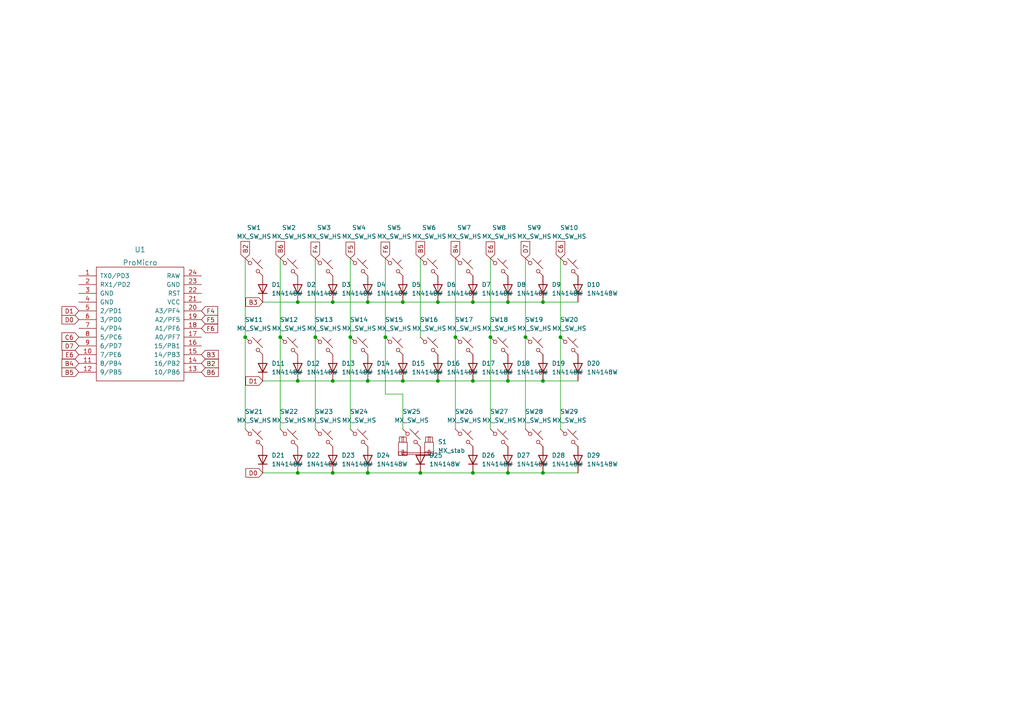
<source format=kicad_sch>
(kicad_sch (version 20211123) (generator eeschema)

  (uuid 5be3f799-7fb5-4384-9237-4befd2341bbd)

  (paper "A4")

  (lib_symbols
    (symbol "Diode:1N4148W" (pin_numbers hide) (pin_names (offset 1.016) hide) (in_bom yes) (on_board yes)
      (property "Reference" "D" (id 0) (at 0 2.54 0)
        (effects (font (size 1.27 1.27)))
      )
      (property "Value" "1N4148W" (id 1) (at 0 -2.54 0)
        (effects (font (size 1.27 1.27)))
      )
      (property "Footprint" "Diode_SMD:D_SOD-123" (id 2) (at 0 -4.445 0)
        (effects (font (size 1.27 1.27)) hide)
      )
      (property "Datasheet" "https://www.vishay.com/docs/85748/1n4148w.pdf" (id 3) (at 0 0 0)
        (effects (font (size 1.27 1.27)) hide)
      )
      (property "ki_keywords" "diode" (id 4) (at 0 0 0)
        (effects (font (size 1.27 1.27)) hide)
      )
      (property "ki_description" "75V 0.15A Fast Switching Diode, SOD-123" (id 5) (at 0 0 0)
        (effects (font (size 1.27 1.27)) hide)
      )
      (property "ki_fp_filters" "D*SOD?123*" (id 6) (at 0 0 0)
        (effects (font (size 1.27 1.27)) hide)
      )
      (symbol "1N4148W_0_1"
        (polyline
          (pts
            (xy -1.27 1.27)
            (xy -1.27 -1.27)
          )
          (stroke (width 0.254) (type default) (color 0 0 0 0))
          (fill (type none))
        )
        (polyline
          (pts
            (xy 1.27 0)
            (xy -1.27 0)
          )
          (stroke (width 0) (type default) (color 0 0 0 0))
          (fill (type none))
        )
        (polyline
          (pts
            (xy 1.27 1.27)
            (xy 1.27 -1.27)
            (xy -1.27 0)
            (xy 1.27 1.27)
          )
          (stroke (width 0.254) (type default) (color 0 0 0 0))
          (fill (type none))
        )
      )
      (symbol "1N4148W_1_1"
        (pin passive line (at -3.81 0 0) (length 2.54)
          (name "K" (effects (font (size 1.27 1.27))))
          (number "1" (effects (font (size 1.27 1.27))))
        )
        (pin passive line (at 3.81 0 180) (length 2.54)
          (name "A" (effects (font (size 1.27 1.27))))
          (number "2" (effects (font (size 1.27 1.27))))
        )
      )
    )
    (symbol "keebio:ProMicro" (pin_names (offset 1.016)) (in_bom yes) (on_board yes)
      (property "Reference" "U" (id 0) (at 0 0 0)
        (effects (font (size 1.524 1.524)))
      )
      (property "Value" "ProMicro" (id 1) (at 0 -19.05 0)
        (effects (font (size 1.524 1.524)))
      )
      (property "Footprint" "" (id 2) (at 26.67 -63.5 90)
        (effects (font (size 1.524 1.524)) hide)
      )
      (property "Datasheet" "" (id 3) (at 26.67 -63.5 90)
        (effects (font (size 1.524 1.524)) hide)
      )
      (symbol "ProMicro_0_1"
        (rectangle (start -12.7 -16.51) (end 12.7 16.51)
          (stroke (width 0) (type default) (color 0 0 0 0))
          (fill (type none))
        )
      )
      (symbol "ProMicro_1_1"
        (pin input line (at -17.78 13.97 0) (length 5.08)
          (name "TX0/PD3" (effects (font (size 1.27 1.27))))
          (number "1" (effects (font (size 1.27 1.27))))
        )
        (pin input line (at -17.78 -8.89 0) (length 5.08)
          (name "7/PE6" (effects (font (size 1.27 1.27))))
          (number "10" (effects (font (size 1.27 1.27))))
        )
        (pin input line (at -17.78 -11.43 0) (length 5.08)
          (name "8/PB4" (effects (font (size 1.27 1.27))))
          (number "11" (effects (font (size 1.27 1.27))))
        )
        (pin input line (at -17.78 -13.97 0) (length 5.08)
          (name "9/PB5" (effects (font (size 1.27 1.27))))
          (number "12" (effects (font (size 1.27 1.27))))
        )
        (pin input line (at 17.78 -13.97 180) (length 5.08)
          (name "10/PB6" (effects (font (size 1.27 1.27))))
          (number "13" (effects (font (size 1.27 1.27))))
        )
        (pin input line (at 17.78 -11.43 180) (length 5.08)
          (name "16/PB2" (effects (font (size 1.27 1.27))))
          (number "14" (effects (font (size 1.27 1.27))))
        )
        (pin input line (at 17.78 -8.89 180) (length 5.08)
          (name "14/PB3" (effects (font (size 1.27 1.27))))
          (number "15" (effects (font (size 1.27 1.27))))
        )
        (pin input line (at 17.78 -6.35 180) (length 5.08)
          (name "15/PB1" (effects (font (size 1.27 1.27))))
          (number "16" (effects (font (size 1.27 1.27))))
        )
        (pin input line (at 17.78 -3.81 180) (length 5.08)
          (name "A0/PF7" (effects (font (size 1.27 1.27))))
          (number "17" (effects (font (size 1.27 1.27))))
        )
        (pin input line (at 17.78 -1.27 180) (length 5.08)
          (name "A1/PF6" (effects (font (size 1.27 1.27))))
          (number "18" (effects (font (size 1.27 1.27))))
        )
        (pin input line (at 17.78 1.27 180) (length 5.08)
          (name "A2/PF5" (effects (font (size 1.27 1.27))))
          (number "19" (effects (font (size 1.27 1.27))))
        )
        (pin input line (at -17.78 11.43 0) (length 5.08)
          (name "RX1/PD2" (effects (font (size 1.27 1.27))))
          (number "2" (effects (font (size 1.27 1.27))))
        )
        (pin input line (at 17.78 3.81 180) (length 5.08)
          (name "A3/PF4" (effects (font (size 1.27 1.27))))
          (number "20" (effects (font (size 1.27 1.27))))
        )
        (pin input line (at 17.78 6.35 180) (length 5.08)
          (name "VCC" (effects (font (size 1.27 1.27))))
          (number "21" (effects (font (size 1.27 1.27))))
        )
        (pin input line (at 17.78 8.89 180) (length 5.08)
          (name "RST" (effects (font (size 1.27 1.27))))
          (number "22" (effects (font (size 1.27 1.27))))
        )
        (pin input line (at 17.78 11.43 180) (length 5.08)
          (name "GND" (effects (font (size 1.27 1.27))))
          (number "23" (effects (font (size 1.27 1.27))))
        )
        (pin input line (at 17.78 13.97 180) (length 5.08)
          (name "RAW" (effects (font (size 1.27 1.27))))
          (number "24" (effects (font (size 1.27 1.27))))
        )
        (pin input line (at -17.78 8.89 0) (length 5.08)
          (name "GND" (effects (font (size 1.27 1.27))))
          (number "3" (effects (font (size 1.27 1.27))))
        )
        (pin input line (at -17.78 6.35 0) (length 5.08)
          (name "GND" (effects (font (size 1.27 1.27))))
          (number "4" (effects (font (size 1.27 1.27))))
        )
        (pin input line (at -17.78 3.81 0) (length 5.08)
          (name "2/PD1" (effects (font (size 1.27 1.27))))
          (number "5" (effects (font (size 1.27 1.27))))
        )
        (pin input line (at -17.78 1.27 0) (length 5.08)
          (name "3/PD0" (effects (font (size 1.27 1.27))))
          (number "6" (effects (font (size 1.27 1.27))))
        )
        (pin input line (at -17.78 -1.27 0) (length 5.08)
          (name "4/PD4" (effects (font (size 1.27 1.27))))
          (number "7" (effects (font (size 1.27 1.27))))
        )
        (pin input line (at -17.78 -3.81 0) (length 5.08)
          (name "5/PC6" (effects (font (size 1.27 1.27))))
          (number "8" (effects (font (size 1.27 1.27))))
        )
        (pin input line (at -17.78 -6.35 0) (length 5.08)
          (name "6/PD7" (effects (font (size 1.27 1.27))))
          (number "9" (effects (font (size 1.27 1.27))))
        )
      )
    )
    (symbol "marbastlib:MX_SW_HS" (pin_numbers hide) (pin_names (offset 1.016) hide) (in_bom yes) (on_board yes)
      (property "Reference" "SW" (id 0) (at 3.048 1.016 0)
        (effects (font (size 1.27 1.27)) (justify left))
      )
      (property "Value" "MX_SW_HS" (id 1) (at 0 -3.81 0)
        (effects (font (size 1.27 1.27)))
      )
      (property "Footprint" "marbastlib-mx:SW_MX_HS_1u" (id 2) (at 0 0 0)
        (effects (font (size 1.27 1.27)) hide)
      )
      (property "Datasheet" "~" (id 3) (at 0 0 0)
        (effects (font (size 1.27 1.27)) hide)
      )
      (property "ki_keywords" "switch normally-open pushbutton push-button" (id 4) (at 0 0 0)
        (effects (font (size 1.27 1.27)) hide)
      )
      (property "ki_description" "Push button switch, normally open, two pins, 45° tilted" (id 5) (at 0 0 0)
        (effects (font (size 1.27 1.27)) hide)
      )
      (symbol "MX_SW_HS_0_1"
        (circle (center -1.1684 1.1684) (radius 0.508)
          (stroke (width 0) (type default) (color 0 0 0 0))
          (fill (type none))
        )
        (polyline
          (pts
            (xy -0.508 2.54)
            (xy 2.54 -0.508)
          )
          (stroke (width 0) (type default) (color 0 0 0 0))
          (fill (type none))
        )
        (polyline
          (pts
            (xy 1.016 1.016)
            (xy 2.032 2.032)
          )
          (stroke (width 0) (type default) (color 0 0 0 0))
          (fill (type none))
        )
        (polyline
          (pts
            (xy -2.54 2.54)
            (xy -1.524 1.524)
            (xy -1.524 1.524)
          )
          (stroke (width 0) (type default) (color 0 0 0 0))
          (fill (type none))
        )
        (polyline
          (pts
            (xy 1.524 -1.524)
            (xy 2.54 -2.54)
            (xy 2.54 -2.54)
            (xy 2.54 -2.54)
          )
          (stroke (width 0) (type default) (color 0 0 0 0))
          (fill (type none))
        )
        (circle (center 1.143 -1.1938) (radius 0.508)
          (stroke (width 0) (type default) (color 0 0 0 0))
          (fill (type none))
        )
        (pin passive line (at -2.54 2.54 0) (length 0)
          (name "1" (effects (font (size 1.27 1.27))))
          (number "1" (effects (font (size 1.27 1.27))))
        )
        (pin passive line (at 2.54 -2.54 180) (length 0)
          (name "2" (effects (font (size 1.27 1.27))))
          (number "2" (effects (font (size 1.27 1.27))))
        )
      )
    )
    (symbol "marbastlib:MX_stab" (pin_names (offset 1.016)) (in_bom yes) (on_board yes)
      (property "Reference" "S" (id 0) (at -5.08 6.35 0)
        (effects (font (size 1.27 1.27)) (justify left))
      )
      (property "Value" "MX_stab" (id 1) (at -5.08 3.81 0)
        (effects (font (size 1.27 1.27)) (justify left))
      )
      (property "Footprint" "marbastlib-mx:STAB_MX_P_6.25u" (id 2) (at 0 0 0)
        (effects (font (size 1.27 1.27)) hide)
      )
      (property "Datasheet" "" (id 3) (at 0 0 0)
        (effects (font (size 1.27 1.27)) hide)
      )
      (property "ki_keywords" "cherry mx stabilizer stab" (id 4) (at 0 0 0)
        (effects (font (size 1.27 1.27)) hide)
      )
      (property "ki_description" "Cherry MX-style stabilizer" (id 5) (at 0 0 0)
        (effects (font (size 1.27 1.27)) hide)
      )
      (symbol "MX_stab_0_1"
        (rectangle (start -5.08 -1.524) (end -2.54 -2.54)
          (stroke (width 0) (type default) (color 0 0 0 0))
          (fill (type none))
        )
        (rectangle (start -5.08 1.27) (end -2.54 -2.54)
          (stroke (width 0) (type default) (color 0 0 0 0))
          (fill (type none))
        )
        (rectangle (start -4.826 2.794) (end -2.794 1.27)
          (stroke (width 0) (type default) (color 0 0 0 0))
          (fill (type none))
        )
        (rectangle (start -4.064 -2.286) (end -3.556 -1.016)
          (stroke (width 0) (type default) (color 0 0 0 0))
          (fill (type none))
        )
        (rectangle (start -4.064 -1.778) (end 4.064 -2.286)
          (stroke (width 0) (type default) (color 0 0 0 0))
          (fill (type none))
        )
        (rectangle (start -4.064 1.27) (end -3.556 2.794)
          (stroke (width 0) (type default) (color 0 0 0 0))
          (fill (type none))
        )
        (rectangle (start 2.54 -1.524) (end 5.08 -2.54)
          (stroke (width 0) (type default) (color 0 0 0 0))
          (fill (type none))
        )
        (rectangle (start 2.54 1.27) (end 5.08 -2.54)
          (stroke (width 0) (type default) (color 0 0 0 0))
          (fill (type none))
        )
        (rectangle (start 2.794 2.794) (end 4.826 1.27)
          (stroke (width 0) (type default) (color 0 0 0 0))
          (fill (type none))
        )
        (rectangle (start 3.556 1.27) (end 4.064 2.794)
          (stroke (width 0) (type default) (color 0 0 0 0))
          (fill (type none))
        )
        (rectangle (start 4.064 -2.286) (end 3.556 -1.016)
          (stroke (width 0) (type default) (color 0 0 0 0))
          (fill (type none))
        )
      )
    )
  )

  (junction (at 116.84 87.63) (diameter 0) (color 0 0 0 0)
    (uuid 02376b8e-7023-4bc3-a99a-2ae706e8a38b)
  )
  (junction (at 86.36 110.49) (diameter 0) (color 0 0 0 0)
    (uuid 157427b9-c2c6-4e87-b606-f6ae80cbb78c)
  )
  (junction (at 137.16 110.49) (diameter 0) (color 0 0 0 0)
    (uuid 15a95aad-4154-4abe-81b3-a67938d47f02)
  )
  (junction (at 121.92 137.16) (diameter 0) (color 0 0 0 0)
    (uuid 207590d3-1aa1-49ad-817f-81e277ba59ff)
  )
  (junction (at 101.6 97.79) (diameter 0) (color 0 0 0 0)
    (uuid 2a21dd80-e680-4e76-bcb2-b45c5f75a4ef)
  )
  (junction (at 157.48 110.49) (diameter 0) (color 0 0 0 0)
    (uuid 2eb5fdcd-6f39-4ca5-af44-ea0e38fdce72)
  )
  (junction (at 137.16 87.63) (diameter 0) (color 0 0 0 0)
    (uuid 314a4dd6-f5b2-41f6-9ab5-44636ce6daa0)
  )
  (junction (at 91.44 97.79) (diameter 0) (color 0 0 0 0)
    (uuid 3276df48-13c4-4c79-ace3-979824c14f58)
  )
  (junction (at 86.36 137.16) (diameter 0) (color 0 0 0 0)
    (uuid 43720412-c3b6-4bbe-9a20-0315b5c9d876)
  )
  (junction (at 127 110.49) (diameter 0) (color 0 0 0 0)
    (uuid 5207e91c-7476-4ab3-ac3d-484a35341417)
  )
  (junction (at 152.4 97.79) (diameter 0) (color 0 0 0 0)
    (uuid 52b96871-f4ff-46b9-a917-b5ad6f7a8dda)
  )
  (junction (at 137.16 137.16) (diameter 0) (color 0 0 0 0)
    (uuid 56df4c80-a7f3-4f07-a670-6917097cd107)
  )
  (junction (at 111.76 97.79) (diameter 0) (color 0 0 0 0)
    (uuid 687ea8fb-46fa-46d5-b706-7a202c0a2536)
  )
  (junction (at 147.32 110.49) (diameter 0) (color 0 0 0 0)
    (uuid 7ea48d6e-3143-4500-8632-61b710ebcc33)
  )
  (junction (at 142.24 97.79) (diameter 0) (color 0 0 0 0)
    (uuid 83dfc290-e3ff-46ce-a263-25a783952b27)
  )
  (junction (at 132.08 97.79) (diameter 0) (color 0 0 0 0)
    (uuid 924cfb3d-56ac-47b6-9a84-6595ca039762)
  )
  (junction (at 71.12 97.79) (diameter 0) (color 0 0 0 0)
    (uuid 9a0f2096-4040-454b-8b69-cc31d8614a03)
  )
  (junction (at 157.48 137.16) (diameter 0) (color 0 0 0 0)
    (uuid ac802951-8a74-4305-b73b-0d284110d429)
  )
  (junction (at 127 87.63) (diameter 0) (color 0 0 0 0)
    (uuid b00d34b5-e826-4010-bd6d-61707dd99944)
  )
  (junction (at 86.36 87.63) (diameter 0) (color 0 0 0 0)
    (uuid b90e0b48-b9a8-4186-9752-14e23ca38d30)
  )
  (junction (at 157.48 87.63) (diameter 0) (color 0 0 0 0)
    (uuid b962ac21-380c-4b87-a9d9-15a5703051e7)
  )
  (junction (at 96.52 87.63) (diameter 0) (color 0 0 0 0)
    (uuid b977f65d-2985-448d-875c-c7d9eb51040a)
  )
  (junction (at 106.68 110.49) (diameter 0) (color 0 0 0 0)
    (uuid bb003816-5939-4e1e-9255-4f65fe266408)
  )
  (junction (at 162.56 97.79) (diameter 0) (color 0 0 0 0)
    (uuid bbb30c10-6a5a-4e29-b3d1-356d9d7624a4)
  )
  (junction (at 96.52 110.49) (diameter 0) (color 0 0 0 0)
    (uuid c43f883a-b93f-47a8-9bd2-a546e6d06e93)
  )
  (junction (at 147.32 137.16) (diameter 0) (color 0 0 0 0)
    (uuid c65d0223-5c4f-4614-8004-d9e7a94e130d)
  )
  (junction (at 106.68 87.63) (diameter 0) (color 0 0 0 0)
    (uuid cc8bf873-1c95-4fb2-a84c-cd3c775d352e)
  )
  (junction (at 116.84 110.49) (diameter 0) (color 0 0 0 0)
    (uuid d2d5fc70-73eb-40bb-9294-4a75427cb00c)
  )
  (junction (at 106.68 137.16) (diameter 0) (color 0 0 0 0)
    (uuid d346aaac-73d2-4c69-8d12-1e8e8e1cf125)
  )
  (junction (at 147.32 87.63) (diameter 0) (color 0 0 0 0)
    (uuid d73d0009-d9b4-4058-8814-42f01e819c77)
  )
  (junction (at 96.52 137.16) (diameter 0) (color 0 0 0 0)
    (uuid da61c921-7736-4dbf-99df-164786e85d11)
  )
  (junction (at 81.28 97.79) (diameter 0) (color 0 0 0 0)
    (uuid fd495d6a-6ed8-4503-9f4e-faf9ce5a528a)
  )

  (wire (pts (xy 111.76 74.93) (xy 111.76 97.79))
    (stroke (width 0) (type default) (color 0 0 0 0))
    (uuid 015ed193-6ddb-4151-9566-8865942eb7e8)
  )
  (wire (pts (xy 132.08 74.93) (xy 132.08 97.79))
    (stroke (width 0) (type default) (color 0 0 0 0))
    (uuid 05c490cb-a17f-4865-a132-2c4ac72ece35)
  )
  (wire (pts (xy 86.36 137.16) (xy 96.52 137.16))
    (stroke (width 0) (type default) (color 0 0 0 0))
    (uuid 0b56b2d0-8672-40da-ac29-458cc8ea2a8a)
  )
  (wire (pts (xy 91.44 97.79) (xy 91.44 124.46))
    (stroke (width 0) (type default) (color 0 0 0 0))
    (uuid 16460269-efd3-47ba-b89b-76e8c9ada136)
  )
  (wire (pts (xy 101.6 74.93) (xy 101.6 97.79))
    (stroke (width 0) (type default) (color 0 0 0 0))
    (uuid 1764e4b0-d883-469a-965d-6fa77ffd0f90)
  )
  (wire (pts (xy 86.36 110.49) (xy 96.52 110.49))
    (stroke (width 0) (type default) (color 0 0 0 0))
    (uuid 1951a869-000a-4189-a59a-f5136f97e985)
  )
  (wire (pts (xy 127 110.49) (xy 137.16 110.49))
    (stroke (width 0) (type default) (color 0 0 0 0))
    (uuid 235bbfde-023b-4849-b29a-f83c473439d1)
  )
  (wire (pts (xy 142.24 97.79) (xy 142.24 124.46))
    (stroke (width 0) (type default) (color 0 0 0 0))
    (uuid 29bfbc5e-2d35-44d1-bd97-5d1f401d3473)
  )
  (wire (pts (xy 147.32 87.63) (xy 157.48 87.63))
    (stroke (width 0) (type default) (color 0 0 0 0))
    (uuid 2fa0d393-7d0a-45d1-9f03-d0922e429de5)
  )
  (wire (pts (xy 111.76 114.3) (xy 116.84 114.3))
    (stroke (width 0) (type default) (color 0 0 0 0))
    (uuid 385a85bb-dc42-43a3-95b9-34f059e5a61a)
  )
  (wire (pts (xy 111.76 97.79) (xy 111.76 114.3))
    (stroke (width 0) (type default) (color 0 0 0 0))
    (uuid 3bd871a1-0b9d-456a-9482-59a7d62b534d)
  )
  (wire (pts (xy 162.56 97.79) (xy 162.56 124.46))
    (stroke (width 0) (type default) (color 0 0 0 0))
    (uuid 41a6e1b7-cd70-4251-8364-914b7715967f)
  )
  (wire (pts (xy 147.32 110.49) (xy 157.48 110.49))
    (stroke (width 0) (type default) (color 0 0 0 0))
    (uuid 438f8669-2906-41bd-ae52-23896a83e986)
  )
  (wire (pts (xy 147.32 137.16) (xy 157.48 137.16))
    (stroke (width 0) (type default) (color 0 0 0 0))
    (uuid 4469296a-92db-4dd5-81c9-abe9e32e08a0)
  )
  (wire (pts (xy 106.68 87.63) (xy 116.84 87.63))
    (stroke (width 0) (type default) (color 0 0 0 0))
    (uuid 4551cebc-9c60-45f7-b459-00ebe8a9affa)
  )
  (wire (pts (xy 76.2 137.16) (xy 86.36 137.16))
    (stroke (width 0) (type default) (color 0 0 0 0))
    (uuid 534a9442-53fd-4d9a-b616-49398cdcaeee)
  )
  (wire (pts (xy 137.16 137.16) (xy 147.32 137.16))
    (stroke (width 0) (type default) (color 0 0 0 0))
    (uuid 596c1746-4b2b-4548-a1dc-16f323cd834d)
  )
  (wire (pts (xy 96.52 110.49) (xy 106.68 110.49))
    (stroke (width 0) (type default) (color 0 0 0 0))
    (uuid 60c476c4-a89d-4e2a-b8e1-fc2191e88c72)
  )
  (wire (pts (xy 142.24 74.93) (xy 142.24 97.79))
    (stroke (width 0) (type default) (color 0 0 0 0))
    (uuid 65b67fe8-0303-43e1-b44c-1bb79c6acabe)
  )
  (wire (pts (xy 116.84 87.63) (xy 127 87.63))
    (stroke (width 0) (type default) (color 0 0 0 0))
    (uuid 6f99136b-1775-4b02-a1cd-3f053e2eee83)
  )
  (wire (pts (xy 157.48 137.16) (xy 167.64 137.16))
    (stroke (width 0) (type default) (color 0 0 0 0))
    (uuid 7ecd0a0c-41ed-45cc-b0e9-876ed58bdb9c)
  )
  (wire (pts (xy 86.36 87.63) (xy 96.52 87.63))
    (stroke (width 0) (type default) (color 0 0 0 0))
    (uuid 8c27c02a-e7b4-4e9a-9d6b-22e3a1a9ee71)
  )
  (wire (pts (xy 121.92 137.16) (xy 137.16 137.16))
    (stroke (width 0) (type default) (color 0 0 0 0))
    (uuid 9d30fcfe-2c09-4b44-a3f0-e4027d6dba07)
  )
  (wire (pts (xy 127 87.63) (xy 137.16 87.63))
    (stroke (width 0) (type default) (color 0 0 0 0))
    (uuid a032c090-8951-4370-acca-45dbecb38a8b)
  )
  (wire (pts (xy 137.16 110.49) (xy 147.32 110.49))
    (stroke (width 0) (type default) (color 0 0 0 0))
    (uuid a6afe9a1-a87f-4230-afc1-e09af07593a1)
  )
  (wire (pts (xy 76.2 110.49) (xy 86.36 110.49))
    (stroke (width 0) (type default) (color 0 0 0 0))
    (uuid aa117fb5-4797-4396-ada3-1274ce0029da)
  )
  (wire (pts (xy 157.48 110.49) (xy 167.64 110.49))
    (stroke (width 0) (type default) (color 0 0 0 0))
    (uuid aa23ffbf-a761-49d4-afa5-a7fd248bdaa2)
  )
  (wire (pts (xy 106.68 110.49) (xy 116.84 110.49))
    (stroke (width 0) (type default) (color 0 0 0 0))
    (uuid b0fe4d17-cda9-4340-8bc7-c65f5888e605)
  )
  (wire (pts (xy 101.6 97.79) (xy 101.6 124.46))
    (stroke (width 0) (type default) (color 0 0 0 0))
    (uuid b28e4aea-ce8c-4db1-b65b-074677dab6de)
  )
  (wire (pts (xy 152.4 97.79) (xy 152.4 124.46))
    (stroke (width 0) (type default) (color 0 0 0 0))
    (uuid b7a86408-668c-4fe2-a552-7ec5733fed67)
  )
  (wire (pts (xy 152.4 74.93) (xy 152.4 97.79))
    (stroke (width 0) (type default) (color 0 0 0 0))
    (uuid b7b7ca68-d71a-4f6d-97c7-8ff5ab48c24b)
  )
  (wire (pts (xy 137.16 87.63) (xy 147.32 87.63))
    (stroke (width 0) (type default) (color 0 0 0 0))
    (uuid b858bf45-c3b6-47a6-be52-3477f339d463)
  )
  (wire (pts (xy 96.52 137.16) (xy 106.68 137.16))
    (stroke (width 0) (type default) (color 0 0 0 0))
    (uuid bd0bfeb4-7589-49e5-854a-8af285f0b572)
  )
  (wire (pts (xy 91.44 74.93) (xy 91.44 97.79))
    (stroke (width 0) (type default) (color 0 0 0 0))
    (uuid c04843f8-c1ed-4c13-8be8-bcbd5ed1bb89)
  )
  (wire (pts (xy 106.68 137.16) (xy 121.92 137.16))
    (stroke (width 0) (type default) (color 0 0 0 0))
    (uuid c181cf99-908a-4efa-a75d-8fc8534b5b09)
  )
  (wire (pts (xy 132.08 97.79) (xy 132.08 124.46))
    (stroke (width 0) (type default) (color 0 0 0 0))
    (uuid c45cb4cf-06c4-4a8c-9ff8-24427cd1e18a)
  )
  (wire (pts (xy 96.52 87.63) (xy 106.68 87.63))
    (stroke (width 0) (type default) (color 0 0 0 0))
    (uuid c56c6eac-86a8-42c5-b92c-5b11d8dd82f8)
  )
  (wire (pts (xy 121.92 74.93) (xy 121.92 97.79))
    (stroke (width 0) (type default) (color 0 0 0 0))
    (uuid c877f52f-1716-47a2-ae5b-ded0a19dd015)
  )
  (wire (pts (xy 81.28 97.79) (xy 81.28 124.46))
    (stroke (width 0) (type default) (color 0 0 0 0))
    (uuid cf0b20a1-5644-45d4-be32-f409fef9fe14)
  )
  (wire (pts (xy 81.28 74.93) (xy 81.28 97.79))
    (stroke (width 0) (type default) (color 0 0 0 0))
    (uuid d42d983d-52b5-4167-9a6b-883db0caac77)
  )
  (wire (pts (xy 116.84 110.49) (xy 127 110.49))
    (stroke (width 0) (type default) (color 0 0 0 0))
    (uuid d7909d3b-bd69-4d2a-9319-4068e8aef21c)
  )
  (wire (pts (xy 162.56 74.93) (xy 162.56 97.79))
    (stroke (width 0) (type default) (color 0 0 0 0))
    (uuid ee9f796a-adfd-41ed-bc87-8bb3a1dba4bf)
  )
  (wire (pts (xy 71.12 97.79) (xy 71.12 124.46))
    (stroke (width 0) (type default) (color 0 0 0 0))
    (uuid ef888e45-45cb-4319-848d-c9a7770f96ed)
  )
  (wire (pts (xy 71.12 74.93) (xy 71.12 97.79))
    (stroke (width 0) (type default) (color 0 0 0 0))
    (uuid f0fac51f-d93f-4443-80c0-390d06e5bac6)
  )
  (wire (pts (xy 76.2 87.63) (xy 86.36 87.63))
    (stroke (width 0) (type default) (color 0 0 0 0))
    (uuid f412919d-e3bf-4fbb-a509-354098086767)
  )
  (wire (pts (xy 157.48 87.63) (xy 167.64 87.63))
    (stroke (width 0) (type default) (color 0 0 0 0))
    (uuid f50ab7b9-5949-4609-bb5a-2c5438ccb41e)
  )
  (wire (pts (xy 116.84 114.3) (xy 116.84 124.46))
    (stroke (width 0) (type default) (color 0 0 0 0))
    (uuid f54e859b-83e3-4181-ba75-7d0e63423b9c)
  )

  (global_label "B6" (shape input) (at 81.28 74.93 90) (fields_autoplaced)
    (effects (font (size 1.27 1.27)) (justify left))
    (uuid 01eedba1-e263-44d8-9b62-27dd1b22f90b)
    (property "Intersheet References" "${INTERSHEET_REFS}" (id 0) (at 81.2006 70.0374 90)
      (effects (font (size 1.27 1.27)) (justify left) hide)
    )
  )
  (global_label "B6" (shape input) (at 58.42 107.95 0) (fields_autoplaced)
    (effects (font (size 1.27 1.27)) (justify left))
    (uuid 0845f2c5-e78d-4d26-b3f1-9d5c9db0cc49)
    (property "Intersheet References" "${INTERSHEET_REFS}" (id 0) (at 63.3126 107.8706 0)
      (effects (font (size 1.27 1.27)) (justify left) hide)
    )
  )
  (global_label "B5" (shape input) (at 22.86 107.95 180) (fields_autoplaced)
    (effects (font (size 1.27 1.27)) (justify right))
    (uuid 0a06824b-ebf2-49f7-915b-54b24445d046)
    (property "Intersheet References" "${INTERSHEET_REFS}" (id 0) (at 17.9674 107.8706 0)
      (effects (font (size 1.27 1.27)) (justify right) hide)
    )
  )
  (global_label "B2" (shape input) (at 71.12 74.93 90) (fields_autoplaced)
    (effects (font (size 1.27 1.27)) (justify left))
    (uuid 0cfc95c7-4054-4aee-9fc1-a8bd91945599)
    (property "Intersheet References" "${INTERSHEET_REFS}" (id 0) (at 71.0406 70.0374 90)
      (effects (font (size 1.27 1.27)) (justify left) hide)
    )
  )
  (global_label "E6" (shape input) (at 142.24 74.93 90) (fields_autoplaced)
    (effects (font (size 1.27 1.27)) (justify left))
    (uuid 0e4faa77-e7dc-4990-8daf-c7b441bfbd9e)
    (property "Intersheet References" "${INTERSHEET_REFS}" (id 0) (at 142.1606 70.1583 90)
      (effects (font (size 1.27 1.27)) (justify left) hide)
    )
  )
  (global_label "F4" (shape input) (at 58.42 90.17 0) (fields_autoplaced)
    (effects (font (size 1.27 1.27)) (justify left))
    (uuid 102abb98-6315-4cf0-829c-0017248a96b0)
    (property "Intersheet References" "${INTERSHEET_REFS}" (id 0) (at 63.1312 90.0906 0)
      (effects (font (size 1.27 1.27)) (justify left) hide)
    )
  )
  (global_label "B3" (shape input) (at 76.2 87.63 180) (fields_autoplaced)
    (effects (font (size 1.27 1.27)) (justify right))
    (uuid 1f6b9ab5-0b0a-4d01-b639-7b0567d82ae2)
    (property "Intersheet References" "${INTERSHEET_REFS}" (id 0) (at 71.3074 87.7094 0)
      (effects (font (size 1.27 1.27)) (justify right) hide)
    )
  )
  (global_label "B3" (shape input) (at 58.42 102.87 0) (fields_autoplaced)
    (effects (font (size 1.27 1.27)) (justify left))
    (uuid 31da7795-f27a-4786-bc5e-9e696b1e414b)
    (property "Intersheet References" "${INTERSHEET_REFS}" (id 0) (at 63.3126 102.7906 0)
      (effects (font (size 1.27 1.27)) (justify left) hide)
    )
  )
  (global_label "D7" (shape input) (at 152.4 74.93 90) (fields_autoplaced)
    (effects (font (size 1.27 1.27)) (justify left))
    (uuid 3c876fdb-38af-4a09-bd23-162c9c3ac810)
    (property "Intersheet References" "${INTERSHEET_REFS}" (id 0) (at 152.3206 70.0374 90)
      (effects (font (size 1.27 1.27)) (justify left) hide)
    )
  )
  (global_label "D7" (shape input) (at 22.86 100.33 180) (fields_autoplaced)
    (effects (font (size 1.27 1.27)) (justify right))
    (uuid 3f1782fc-6343-4c56-ba21-f45925975b47)
    (property "Intersheet References" "${INTERSHEET_REFS}" (id 0) (at 17.9674 100.2506 0)
      (effects (font (size 1.27 1.27)) (justify right) hide)
    )
  )
  (global_label "D1" (shape input) (at 76.2 110.49 180) (fields_autoplaced)
    (effects (font (size 1.27 1.27)) (justify right))
    (uuid 4b240bbd-5801-4351-9f55-469eaeb91333)
    (property "Intersheet References" "${INTERSHEET_REFS}" (id 0) (at 71.3074 110.4106 0)
      (effects (font (size 1.27 1.27)) (justify right) hide)
    )
  )
  (global_label "F4" (shape input) (at 91.44 74.93 90) (fields_autoplaced)
    (effects (font (size 1.27 1.27)) (justify left))
    (uuid 5956e5b8-1cdb-44df-b30f-acfa447bf537)
    (property "Intersheet References" "${INTERSHEET_REFS}" (id 0) (at 91.3606 70.2188 90)
      (effects (font (size 1.27 1.27)) (justify left) hide)
    )
  )
  (global_label "C6" (shape input) (at 22.86 97.79 180) (fields_autoplaced)
    (effects (font (size 1.27 1.27)) (justify right))
    (uuid 7f8fc8ae-9b7e-4ada-b1e1-0f4ccd5e411f)
    (property "Intersheet References" "${INTERSHEET_REFS}" (id 0) (at 17.9674 97.7106 0)
      (effects (font (size 1.27 1.27)) (justify right) hide)
    )
  )
  (global_label "B4" (shape input) (at 132.08 74.93 90) (fields_autoplaced)
    (effects (font (size 1.27 1.27)) (justify left))
    (uuid 8280b480-0cc0-4bcd-ad77-754dd90994e1)
    (property "Intersheet References" "${INTERSHEET_REFS}" (id 0) (at 132.0006 70.0374 90)
      (effects (font (size 1.27 1.27)) (justify left) hide)
    )
  )
  (global_label "D0" (shape input) (at 22.86 92.71 180) (fields_autoplaced)
    (effects (font (size 1.27 1.27)) (justify right))
    (uuid 91ae716a-de4a-4040-8d0a-996499653b4a)
    (property "Intersheet References" "${INTERSHEET_REFS}" (id 0) (at 17.9674 92.6306 0)
      (effects (font (size 1.27 1.27)) (justify right) hide)
    )
  )
  (global_label "C6" (shape input) (at 162.56 74.93 90) (fields_autoplaced)
    (effects (font (size 1.27 1.27)) (justify left))
    (uuid 9f11922b-2b62-47b9-8329-dee6c083465c)
    (property "Intersheet References" "${INTERSHEET_REFS}" (id 0) (at 162.4806 70.0374 90)
      (effects (font (size 1.27 1.27)) (justify left) hide)
    )
  )
  (global_label "F6" (shape input) (at 111.76 74.93 90) (fields_autoplaced)
    (effects (font (size 1.27 1.27)) (justify left))
    (uuid aba2ccbf-5c3d-4f89-b291-d50071bb0a75)
    (property "Intersheet References" "${INTERSHEET_REFS}" (id 0) (at 111.6806 70.2188 90)
      (effects (font (size 1.27 1.27)) (justify left) hide)
    )
  )
  (global_label "B5" (shape input) (at 121.92 74.93 90) (fields_autoplaced)
    (effects (font (size 1.27 1.27)) (justify left))
    (uuid b8db662e-65f0-4e44-b254-d4b9b748f05a)
    (property "Intersheet References" "${INTERSHEET_REFS}" (id 0) (at 121.8406 70.0374 90)
      (effects (font (size 1.27 1.27)) (justify left) hide)
    )
  )
  (global_label "D1" (shape input) (at 22.86 90.17 180) (fields_autoplaced)
    (effects (font (size 1.27 1.27)) (justify right))
    (uuid b8e41a97-35be-46a3-b57a-813129765a71)
    (property "Intersheet References" "${INTERSHEET_REFS}" (id 0) (at 17.9674 90.0906 0)
      (effects (font (size 1.27 1.27)) (justify right) hide)
    )
  )
  (global_label "D0" (shape input) (at 76.2 137.16 180) (fields_autoplaced)
    (effects (font (size 1.27 1.27)) (justify right))
    (uuid bd3d3ca8-aa12-4fe2-979f-069f3233d57a)
    (property "Intersheet References" "${INTERSHEET_REFS}" (id 0) (at 71.3074 137.0806 0)
      (effects (font (size 1.27 1.27)) (justify right) hide)
    )
  )
  (global_label "F5" (shape input) (at 101.6 74.93 90) (fields_autoplaced)
    (effects (font (size 1.27 1.27)) (justify left))
    (uuid c08d37c5-2edf-4734-bb02-4d7db3d9dc13)
    (property "Intersheet References" "${INTERSHEET_REFS}" (id 0) (at 101.5206 70.2188 90)
      (effects (font (size 1.27 1.27)) (justify left) hide)
    )
  )
  (global_label "B2" (shape input) (at 58.42 105.41 0) (fields_autoplaced)
    (effects (font (size 1.27 1.27)) (justify left))
    (uuid c40fef1d-77f3-47c0-8b5c-4f211642caf3)
    (property "Intersheet References" "${INTERSHEET_REFS}" (id 0) (at 63.3126 105.3306 0)
      (effects (font (size 1.27 1.27)) (justify left) hide)
    )
  )
  (global_label "E6" (shape input) (at 22.86 102.87 180) (fields_autoplaced)
    (effects (font (size 1.27 1.27)) (justify right))
    (uuid c60f7797-4266-4f64-8fa4-ca31fdbf1785)
    (property "Intersheet References" "${INTERSHEET_REFS}" (id 0) (at 18.0883 102.7906 0)
      (effects (font (size 1.27 1.27)) (justify right) hide)
    )
  )
  (global_label "B4" (shape input) (at 22.86 105.41 180) (fields_autoplaced)
    (effects (font (size 1.27 1.27)) (justify right))
    (uuid ca5d1def-8dd5-4213-adfe-4728b0285de7)
    (property "Intersheet References" "${INTERSHEET_REFS}" (id 0) (at 17.9674 105.3306 0)
      (effects (font (size 1.27 1.27)) (justify right) hide)
    )
  )
  (global_label "F6" (shape input) (at 58.42 95.25 0) (fields_autoplaced)
    (effects (font (size 1.27 1.27)) (justify left))
    (uuid ded52e39-c229-4d6a-95aa-a582d45bc240)
    (property "Intersheet References" "${INTERSHEET_REFS}" (id 0) (at 63.1312 95.1706 0)
      (effects (font (size 1.27 1.27)) (justify left) hide)
    )
  )
  (global_label "F5" (shape input) (at 58.42 92.71 0) (fields_autoplaced)
    (effects (font (size 1.27 1.27)) (justify left))
    (uuid e4058ffd-29d6-408f-b709-3775ef687c0a)
    (property "Intersheet References" "${INTERSHEET_REFS}" (id 0) (at 63.1312 92.6306 0)
      (effects (font (size 1.27 1.27)) (justify left) hide)
    )
  )

  (symbol (lib_id "marbastlib:MX_SW_HS") (at 134.62 77.47 0) (unit 1)
    (in_bom yes) (on_board yes)
    (uuid 0290bfdb-285e-4b89-89bd-229e4650bed3)
    (property "Reference" "SW7" (id 0) (at 134.62 66.04 0))
    (property "Value" "MX_SW_HS" (id 1) (at 134.62 68.58 0))
    (property "Footprint" "marbastlib_mx:SW_MX_HS_S_1u" (id 2) (at 134.62 77.47 0)
      (effects (font (size 1.27 1.27)) hide)
    )
    (property "Datasheet" "~" (id 3) (at 134.62 77.47 0)
      (effects (font (size 1.27 1.27)) hide)
    )
    (pin "1" (uuid 23cf9229-e5b2-403b-89f1-a66f5b40cd10))
    (pin "2" (uuid f6ad7131-0f99-48ba-9e60-7c3cd6318221))
  )

  (symbol (lib_id "marbastlib:MX_SW_HS") (at 73.66 100.33 0) (unit 1)
    (in_bom yes) (on_board yes) (fields_autoplaced)
    (uuid 050011ca-8a80-4d5a-be82-0ab203167cc8)
    (property "Reference" "SW11" (id 0) (at 73.66 92.71 0))
    (property "Value" "MX_SW_HS" (id 1) (at 73.66 95.25 0))
    (property "Footprint" "marbastlib_mx:SW_MX_HS_S_1u" (id 2) (at 73.66 100.33 0)
      (effects (font (size 1.27 1.27)) hide)
    )
    (property "Datasheet" "~" (id 3) (at 73.66 100.33 0)
      (effects (font (size 1.27 1.27)) hide)
    )
    (pin "1" (uuid 2e8d614b-8ec2-43c1-9160-7adc23de78b6))
    (pin "2" (uuid b42507a5-0573-494a-acd8-662d0c769689))
  )

  (symbol (lib_id "marbastlib:MX_SW_HS") (at 134.62 100.33 0) (unit 1)
    (in_bom yes) (on_board yes) (fields_autoplaced)
    (uuid 061d000d-f520-46a3-bbc1-4d4eebc56db3)
    (property "Reference" "SW17" (id 0) (at 134.62 92.71 0))
    (property "Value" "MX_SW_HS" (id 1) (at 134.62 95.25 0))
    (property "Footprint" "marbastlib_mx:SW_MX_HS_S_1u" (id 2) (at 134.62 100.33 0)
      (effects (font (size 1.27 1.27)) hide)
    )
    (property "Datasheet" "~" (id 3) (at 134.62 100.33 0)
      (effects (font (size 1.27 1.27)) hide)
    )
    (pin "1" (uuid f3a06574-00f4-44cc-bc67-6f8ea849b945))
    (pin "2" (uuid 941daee0-00c7-45ef-b714-0b416ab5264a))
  )

  (symbol (lib_id "marbastlib:MX_SW_HS") (at 154.94 100.33 0) (unit 1)
    (in_bom yes) (on_board yes) (fields_autoplaced)
    (uuid 0897d1cf-5f65-4cb0-bbc8-961fb80a9547)
    (property "Reference" "SW19" (id 0) (at 154.94 92.71 0))
    (property "Value" "MX_SW_HS" (id 1) (at 154.94 95.25 0))
    (property "Footprint" "marbastlib_mx:SW_MX_HS_S_1u" (id 2) (at 154.94 100.33 0)
      (effects (font (size 1.27 1.27)) hide)
    )
    (property "Datasheet" "~" (id 3) (at 154.94 100.33 0)
      (effects (font (size 1.27 1.27)) hide)
    )
    (pin "1" (uuid d4b3c9fd-327b-46d1-be25-fac6d81d0340))
    (pin "2" (uuid 84d7623f-345b-4b49-b7ea-67ef5308ff35))
  )

  (symbol (lib_id "Diode:1N4148W") (at 137.16 106.68 90) (unit 1)
    (in_bom yes) (on_board yes) (fields_autoplaced)
    (uuid 09dc5a24-89dc-44b4-a713-62ccd7b3442d)
    (property "Reference" "D17" (id 0) (at 139.7 105.4099 90)
      (effects (font (size 1.27 1.27)) (justify right))
    )
    (property "Value" "1N4148W" (id 1) (at 139.7 107.9499 90)
      (effects (font (size 1.27 1.27)) (justify right))
    )
    (property "Footprint" "Diode_SMD:D_SOD-123" (id 2) (at 141.605 106.68 0)
      (effects (font (size 1.27 1.27)) hide)
    )
    (property "Datasheet" "https://www.vishay.com/docs/85748/1n4148w.pdf" (id 3) (at 137.16 106.68 0)
      (effects (font (size 1.27 1.27)) hide)
    )
    (pin "1" (uuid b6e4d89b-f78d-4f1f-8802-371a000fd3ea))
    (pin "2" (uuid c7a0d179-1dbf-49aa-9f74-43cf09992284))
  )

  (symbol (lib_id "Diode:1N4148W") (at 167.64 133.35 90) (unit 1)
    (in_bom yes) (on_board yes) (fields_autoplaced)
    (uuid 10f740c2-7749-417e-9b1f-12e083d5ddfd)
    (property "Reference" "D29" (id 0) (at 170.18 132.0799 90)
      (effects (font (size 1.27 1.27)) (justify right))
    )
    (property "Value" "1N4148W" (id 1) (at 170.18 134.6199 90)
      (effects (font (size 1.27 1.27)) (justify right))
    )
    (property "Footprint" "Diode_SMD:D_SOD-123" (id 2) (at 172.085 133.35 0)
      (effects (font (size 1.27 1.27)) hide)
    )
    (property "Datasheet" "https://www.vishay.com/docs/85748/1n4148w.pdf" (id 3) (at 167.64 133.35 0)
      (effects (font (size 1.27 1.27)) hide)
    )
    (pin "1" (uuid 750e8bce-0808-4a13-95d7-92a5e4944c35))
    (pin "2" (uuid 9c73eb00-bb50-4c10-a9b2-bbf43af48b3c))
  )

  (symbol (lib_id "marbastlib:MX_SW_HS") (at 93.98 127 0) (unit 1)
    (in_bom yes) (on_board yes) (fields_autoplaced)
    (uuid 15d32326-bc32-45c1-b2bc-c6a0da3a361f)
    (property "Reference" "SW23" (id 0) (at 93.98 119.38 0))
    (property "Value" "MX_SW_HS" (id 1) (at 93.98 121.92 0))
    (property "Footprint" "marbastlib_mx:SW_MX_HS_S_1u" (id 2) (at 93.98 127 0)
      (effects (font (size 1.27 1.27)) hide)
    )
    (property "Datasheet" "~" (id 3) (at 93.98 127 0)
      (effects (font (size 1.27 1.27)) hide)
    )
    (pin "1" (uuid 78a3a3c9-bab5-4874-aaba-e9809c5569ea))
    (pin "2" (uuid 40a32187-c83e-4c97-a910-10f8d9b400ec))
  )

  (symbol (lib_id "Diode:1N4148W") (at 96.52 83.82 90) (unit 1)
    (in_bom yes) (on_board yes) (fields_autoplaced)
    (uuid 183c3cab-417a-4534-89bf-bf2f2cac93d6)
    (property "Reference" "D3" (id 0) (at 99.06 82.5499 90)
      (effects (font (size 1.27 1.27)) (justify right))
    )
    (property "Value" "1N4148W" (id 1) (at 99.06 85.0899 90)
      (effects (font (size 1.27 1.27)) (justify right))
    )
    (property "Footprint" "Diode_SMD:D_SOD-123" (id 2) (at 100.965 83.82 0)
      (effects (font (size 1.27 1.27)) hide)
    )
    (property "Datasheet" "https://www.vishay.com/docs/85748/1n4148w.pdf" (id 3) (at 96.52 83.82 0)
      (effects (font (size 1.27 1.27)) hide)
    )
    (pin "1" (uuid b67f0c17-263b-4bf9-8a09-3a7c1d043cad))
    (pin "2" (uuid 99adf3b5-2957-4912-ab58-77f3e4cfaa2a))
  )

  (symbol (lib_id "Diode:1N4148W") (at 121.92 133.35 90) (unit 1)
    (in_bom yes) (on_board yes) (fields_autoplaced)
    (uuid 19712a93-e30a-4e67-9de1-0357d8b882a5)
    (property "Reference" "D25" (id 0) (at 124.46 132.0799 90)
      (effects (font (size 1.27 1.27)) (justify right))
    )
    (property "Value" "1N4148W" (id 1) (at 124.46 134.6199 90)
      (effects (font (size 1.27 1.27)) (justify right))
    )
    (property "Footprint" "Diode_SMD:D_SOD-123" (id 2) (at 126.365 133.35 0)
      (effects (font (size 1.27 1.27)) hide)
    )
    (property "Datasheet" "https://www.vishay.com/docs/85748/1n4148w.pdf" (id 3) (at 121.92 133.35 0)
      (effects (font (size 1.27 1.27)) hide)
    )
    (pin "1" (uuid 0920502b-26f8-4a05-a46f-762fd8092509))
    (pin "2" (uuid 79eca08f-4420-4623-8e36-ddef5a04c14b))
  )

  (symbol (lib_id "marbastlib:MX_SW_HS") (at 104.14 100.33 0) (unit 1)
    (in_bom yes) (on_board yes) (fields_autoplaced)
    (uuid 1e70e732-a3c8-49d8-873f-f73a339c83ef)
    (property "Reference" "SW14" (id 0) (at 104.14 92.71 0))
    (property "Value" "MX_SW_HS" (id 1) (at 104.14 95.25 0))
    (property "Footprint" "marbastlib_mx:SW_MX_HS_S_1u" (id 2) (at 104.14 100.33 0)
      (effects (font (size 1.27 1.27)) hide)
    )
    (property "Datasheet" "~" (id 3) (at 104.14 100.33 0)
      (effects (font (size 1.27 1.27)) hide)
    )
    (pin "1" (uuid 280d367c-506d-4b32-abd4-6fef081842d0))
    (pin "2" (uuid ea202075-efa8-4b76-9f7b-04588caec6dc))
  )

  (symbol (lib_id "marbastlib:MX_SW_HS") (at 73.66 127 0) (unit 1)
    (in_bom yes) (on_board yes) (fields_autoplaced)
    (uuid 1f81286b-1236-42bb-bdce-e8c2b0df9be0)
    (property "Reference" "SW21" (id 0) (at 73.66 119.38 0))
    (property "Value" "MX_SW_HS" (id 1) (at 73.66 121.92 0))
    (property "Footprint" "marbastlib_mx:SW_MX_HS_S_1u" (id 2) (at 73.66 127 0)
      (effects (font (size 1.27 1.27)) hide)
    )
    (property "Datasheet" "~" (id 3) (at 73.66 127 0)
      (effects (font (size 1.27 1.27)) hide)
    )
    (pin "1" (uuid d3210f3f-3b99-48e9-8b12-1ba77a4dfafb))
    (pin "2" (uuid 846b5414-02cc-430a-9a54-90eae501c1c7))
  )

  (symbol (lib_id "marbastlib:MX_SW_HS") (at 134.62 127 0) (unit 1)
    (in_bom yes) (on_board yes) (fields_autoplaced)
    (uuid 275f5702-af32-4400-92f9-5c0c31d187b2)
    (property "Reference" "SW26" (id 0) (at 134.62 119.38 0))
    (property "Value" "MX_SW_HS" (id 1) (at 134.62 121.92 0))
    (property "Footprint" "marbastlib_mx:SW_MX_HS_S_1u" (id 2) (at 134.62 127 0)
      (effects (font (size 1.27 1.27)) hide)
    )
    (property "Datasheet" "~" (id 3) (at 134.62 127 0)
      (effects (font (size 1.27 1.27)) hide)
    )
    (pin "1" (uuid ad8b2434-03de-4327-a8bf-2346c4431d2f))
    (pin "2" (uuid b3571476-8f24-4926-a461-3a2610c73cc1))
  )

  (symbol (lib_id "marbastlib:MX_SW_HS") (at 165.1 127 0) (unit 1)
    (in_bom yes) (on_board yes) (fields_autoplaced)
    (uuid 2ba6a82e-10fd-43af-b07e-24e0e26a8cda)
    (property "Reference" "SW29" (id 0) (at 165.1 119.38 0))
    (property "Value" "MX_SW_HS" (id 1) (at 165.1 121.92 0))
    (property "Footprint" "marbastlib_mx:SW_MX_HS_S_1u" (id 2) (at 165.1 127 0)
      (effects (font (size 1.27 1.27)) hide)
    )
    (property "Datasheet" "~" (id 3) (at 165.1 127 0)
      (effects (font (size 1.27 1.27)) hide)
    )
    (pin "1" (uuid 8ad27b71-67a8-442b-af66-5b3437f891ed))
    (pin "2" (uuid 1fc05cd2-7730-45d8-b106-cc6497bb58fb))
  )

  (symbol (lib_id "Diode:1N4148W") (at 157.48 106.68 90) (unit 1)
    (in_bom yes) (on_board yes) (fields_autoplaced)
    (uuid 3033ccc3-45d9-4ad7-a456-00802ad069a3)
    (property "Reference" "D19" (id 0) (at 160.02 105.4099 90)
      (effects (font (size 1.27 1.27)) (justify right))
    )
    (property "Value" "1N4148W" (id 1) (at 160.02 107.9499 90)
      (effects (font (size 1.27 1.27)) (justify right))
    )
    (property "Footprint" "Diode_SMD:D_SOD-123" (id 2) (at 161.925 106.68 0)
      (effects (font (size 1.27 1.27)) hide)
    )
    (property "Datasheet" "https://www.vishay.com/docs/85748/1n4148w.pdf" (id 3) (at 157.48 106.68 0)
      (effects (font (size 1.27 1.27)) hide)
    )
    (pin "1" (uuid fc1bd3ca-51a4-455d-9afd-67a37fc7a639))
    (pin "2" (uuid efd9cc4f-55c4-487c-98c1-c0e311d5df30))
  )

  (symbol (lib_id "marbastlib:MX_SW_HS") (at 124.46 77.47 0) (unit 1)
    (in_bom yes) (on_board yes)
    (uuid 35bc4fb0-56bf-4940-b1c7-7516e17de890)
    (property "Reference" "SW6" (id 0) (at 124.46 66.04 0))
    (property "Value" "MX_SW_HS" (id 1) (at 124.46 68.58 0))
    (property "Footprint" "marbastlib_mx:SW_MX_HS_S_1u" (id 2) (at 124.46 77.47 0)
      (effects (font (size 1.27 1.27)) hide)
    )
    (property "Datasheet" "~" (id 3) (at 124.46 77.47 0)
      (effects (font (size 1.27 1.27)) hide)
    )
    (pin "1" (uuid 405a07dd-643f-416c-bf59-733d5e15cd3e))
    (pin "2" (uuid 6a97ecb2-9649-4c03-89b4-d78e44f20193))
  )

  (symbol (lib_id "Diode:1N4148W") (at 96.52 133.35 90) (unit 1)
    (in_bom yes) (on_board yes) (fields_autoplaced)
    (uuid 3804f688-a7bb-4802-be9c-f8f704fae01a)
    (property "Reference" "D23" (id 0) (at 99.06 132.0799 90)
      (effects (font (size 1.27 1.27)) (justify right))
    )
    (property "Value" "1N4148W" (id 1) (at 99.06 134.6199 90)
      (effects (font (size 1.27 1.27)) (justify right))
    )
    (property "Footprint" "Diode_SMD:D_SOD-123" (id 2) (at 100.965 133.35 0)
      (effects (font (size 1.27 1.27)) hide)
    )
    (property "Datasheet" "https://www.vishay.com/docs/85748/1n4148w.pdf" (id 3) (at 96.52 133.35 0)
      (effects (font (size 1.27 1.27)) hide)
    )
    (pin "1" (uuid e5057d1c-e94a-4b37-b0cc-bdb8bba30401))
    (pin "2" (uuid 7a286596-6f14-463b-a0f2-6afff4990361))
  )

  (symbol (lib_id "Diode:1N4148W") (at 106.68 106.68 90) (unit 1)
    (in_bom yes) (on_board yes) (fields_autoplaced)
    (uuid 3e1002cd-3309-45dc-b7d8-685055b35dee)
    (property "Reference" "D14" (id 0) (at 109.22 105.4099 90)
      (effects (font (size 1.27 1.27)) (justify right))
    )
    (property "Value" "1N4148W" (id 1) (at 109.22 107.9499 90)
      (effects (font (size 1.27 1.27)) (justify right))
    )
    (property "Footprint" "Diode_SMD:D_SOD-123" (id 2) (at 111.125 106.68 0)
      (effects (font (size 1.27 1.27)) hide)
    )
    (property "Datasheet" "https://www.vishay.com/docs/85748/1n4148w.pdf" (id 3) (at 106.68 106.68 0)
      (effects (font (size 1.27 1.27)) hide)
    )
    (pin "1" (uuid 13361ad4-9588-4264-9b01-c11b4af7c17b))
    (pin "2" (uuid db2d19eb-71a6-4a9a-8bc3-3bd8d3c16ea7))
  )

  (symbol (lib_id "marbastlib:MX_SW_HS") (at 144.78 100.33 0) (unit 1)
    (in_bom yes) (on_board yes) (fields_autoplaced)
    (uuid 3f83f3b5-a9a8-4a50-9953-008acfd39aca)
    (property "Reference" "SW18" (id 0) (at 144.78 92.71 0))
    (property "Value" "MX_SW_HS" (id 1) (at 144.78 95.25 0))
    (property "Footprint" "marbastlib_mx:SW_MX_HS_S_1u" (id 2) (at 144.78 100.33 0)
      (effects (font (size 1.27 1.27)) hide)
    )
    (property "Datasheet" "~" (id 3) (at 144.78 100.33 0)
      (effects (font (size 1.27 1.27)) hide)
    )
    (pin "1" (uuid 9d863dbc-9e9f-4666-8d4b-de0f184723d7))
    (pin "2" (uuid 05a16ce8-01f3-48be-abdb-ef7dde46db48))
  )

  (symbol (lib_id "marbastlib:MX_SW_HS") (at 83.82 127 0) (unit 1)
    (in_bom yes) (on_board yes) (fields_autoplaced)
    (uuid 47e89431-3db3-480c-8ab0-a320c482ba4b)
    (property "Reference" "SW22" (id 0) (at 83.82 119.38 0))
    (property "Value" "MX_SW_HS" (id 1) (at 83.82 121.92 0))
    (property "Footprint" "marbastlib_mx:SW_MX_HS_S_1u" (id 2) (at 83.82 127 0)
      (effects (font (size 1.27 1.27)) hide)
    )
    (property "Datasheet" "~" (id 3) (at 83.82 127 0)
      (effects (font (size 1.27 1.27)) hide)
    )
    (pin "1" (uuid 53727ce1-c2bf-4500-af9a-d49d0f836c1d))
    (pin "2" (uuid f88111d7-da53-4d34-916c-9ab9f72db542))
  )

  (symbol (lib_id "Diode:1N4148W") (at 167.64 106.68 90) (unit 1)
    (in_bom yes) (on_board yes) (fields_autoplaced)
    (uuid 4a130897-562b-4bca-b59a-ae49e5aa4bad)
    (property "Reference" "D20" (id 0) (at 170.18 105.4099 90)
      (effects (font (size 1.27 1.27)) (justify right))
    )
    (property "Value" "1N4148W" (id 1) (at 170.18 107.9499 90)
      (effects (font (size 1.27 1.27)) (justify right))
    )
    (property "Footprint" "Diode_SMD:D_SOD-123" (id 2) (at 172.085 106.68 0)
      (effects (font (size 1.27 1.27)) hide)
    )
    (property "Datasheet" "https://www.vishay.com/docs/85748/1n4148w.pdf" (id 3) (at 167.64 106.68 0)
      (effects (font (size 1.27 1.27)) hide)
    )
    (pin "1" (uuid 7c899f88-ac14-4625-b5c5-5231782b99c0))
    (pin "2" (uuid f900102a-7b1f-4cc7-8072-f9dc755d8c29))
  )

  (symbol (lib_id "marbastlib:MX_SW_HS") (at 104.14 127 0) (unit 1)
    (in_bom yes) (on_board yes) (fields_autoplaced)
    (uuid 50aef681-599d-4171-9718-740682e521ae)
    (property "Reference" "SW24" (id 0) (at 104.14 119.38 0))
    (property "Value" "MX_SW_HS" (id 1) (at 104.14 121.92 0))
    (property "Footprint" "marbastlib_mx:SW_MX_HS_S_1u" (id 2) (at 104.14 127 0)
      (effects (font (size 1.27 1.27)) hide)
    )
    (property "Datasheet" "~" (id 3) (at 104.14 127 0)
      (effects (font (size 1.27 1.27)) hide)
    )
    (pin "1" (uuid 4bf2c3b1-ba9b-42bb-90c8-aea63994d2a3))
    (pin "2" (uuid 41b51fa8-030a-4e65-abb0-2975b07fd41c))
  )

  (symbol (lib_id "Diode:1N4148W") (at 86.36 106.68 90) (unit 1)
    (in_bom yes) (on_board yes) (fields_autoplaced)
    (uuid 55953ec6-c6e1-4d66-9c16-bd1c2b7c4819)
    (property "Reference" "D12" (id 0) (at 88.9 105.4099 90)
      (effects (font (size 1.27 1.27)) (justify right))
    )
    (property "Value" "1N4148W" (id 1) (at 88.9 107.9499 90)
      (effects (font (size 1.27 1.27)) (justify right))
    )
    (property "Footprint" "Diode_SMD:D_SOD-123" (id 2) (at 90.805 106.68 0)
      (effects (font (size 1.27 1.27)) hide)
    )
    (property "Datasheet" "https://www.vishay.com/docs/85748/1n4148w.pdf" (id 3) (at 86.36 106.68 0)
      (effects (font (size 1.27 1.27)) hide)
    )
    (pin "1" (uuid f1a1fc35-8d3d-456c-a9f3-98bc48d09087))
    (pin "2" (uuid d4ab359d-5786-4ad8-b4cb-9f172da3fb80))
  )

  (symbol (lib_id "marbastlib:MX_SW_HS") (at 154.94 77.47 0) (unit 1)
    (in_bom yes) (on_board yes)
    (uuid 56481399-c378-4db5-8349-91ea9257e690)
    (property "Reference" "SW9" (id 0) (at 154.94 66.04 0))
    (property "Value" "MX_SW_HS" (id 1) (at 154.94 68.58 0))
    (property "Footprint" "marbastlib_mx:SW_MX_HS_S_1u" (id 2) (at 154.94 77.47 0)
      (effects (font (size 1.27 1.27)) hide)
    )
    (property "Datasheet" "~" (id 3) (at 154.94 77.47 0)
      (effects (font (size 1.27 1.27)) hide)
    )
    (pin "1" (uuid 5b9a0f46-bb05-42da-b124-9bddb9d69b5b))
    (pin "2" (uuid e83ffa54-712a-43f7-8730-be857231bd55))
  )

  (symbol (lib_id "marbastlib:MX_SW_HS") (at 83.82 77.47 0) (unit 1)
    (in_bom yes) (on_board yes)
    (uuid 5bf78089-37ff-4ecb-ae72-6f442e77abb9)
    (property "Reference" "SW2" (id 0) (at 83.82 66.04 0))
    (property "Value" "MX_SW_HS" (id 1) (at 83.82 68.58 0))
    (property "Footprint" "marbastlib_mx:SW_MX_HS_S_1u" (id 2) (at 83.82 77.47 0)
      (effects (font (size 1.27 1.27)) hide)
    )
    (property "Datasheet" "~" (id 3) (at 83.82 77.47 0)
      (effects (font (size 1.27 1.27)) hide)
    )
    (pin "1" (uuid 9f1818b5-a1b2-45ad-91cc-74036da5ccdd))
    (pin "2" (uuid 3ec4da3f-8b0b-47fa-9282-d6101ad5b4f8))
  )

  (symbol (lib_id "Diode:1N4148W") (at 157.48 133.35 90) (unit 1)
    (in_bom yes) (on_board yes) (fields_autoplaced)
    (uuid 5e363e8f-4289-4654-b8df-dde7e284ebd7)
    (property "Reference" "D28" (id 0) (at 160.02 132.0799 90)
      (effects (font (size 1.27 1.27)) (justify right))
    )
    (property "Value" "1N4148W" (id 1) (at 160.02 134.6199 90)
      (effects (font (size 1.27 1.27)) (justify right))
    )
    (property "Footprint" "Diode_SMD:D_SOD-123" (id 2) (at 161.925 133.35 0)
      (effects (font (size 1.27 1.27)) hide)
    )
    (property "Datasheet" "https://www.vishay.com/docs/85748/1n4148w.pdf" (id 3) (at 157.48 133.35 0)
      (effects (font (size 1.27 1.27)) hide)
    )
    (pin "1" (uuid bc3925a2-5b15-4347-a10a-5e1e331a1ded))
    (pin "2" (uuid d01ba56b-ca59-4a00-914e-4b2e5899fa5a))
  )

  (symbol (lib_id "Diode:1N4148W") (at 76.2 133.35 90) (unit 1)
    (in_bom yes) (on_board yes) (fields_autoplaced)
    (uuid 5e9cf3ac-b9b7-4dbb-ade3-5a97281fb20e)
    (property "Reference" "D21" (id 0) (at 78.74 132.0799 90)
      (effects (font (size 1.27 1.27)) (justify right))
    )
    (property "Value" "1N4148W" (id 1) (at 78.74 134.6199 90)
      (effects (font (size 1.27 1.27)) (justify right))
    )
    (property "Footprint" "Diode_SMD:D_SOD-123" (id 2) (at 80.645 133.35 0)
      (effects (font (size 1.27 1.27)) hide)
    )
    (property "Datasheet" "https://www.vishay.com/docs/85748/1n4148w.pdf" (id 3) (at 76.2 133.35 0)
      (effects (font (size 1.27 1.27)) hide)
    )
    (pin "1" (uuid 1ac37c14-397e-454d-9c24-80400294bf3e))
    (pin "2" (uuid 863184cc-6125-4982-8d2c-fda1c5cab060))
  )

  (symbol (lib_id "marbastlib:MX_SW_HS") (at 114.3 100.33 0) (unit 1)
    (in_bom yes) (on_board yes) (fields_autoplaced)
    (uuid 61b9c51d-3175-4ab6-a8cc-efdf95bbc771)
    (property "Reference" "SW15" (id 0) (at 114.3 92.71 0))
    (property "Value" "MX_SW_HS" (id 1) (at 114.3 95.25 0))
    (property "Footprint" "marbastlib_mx:SW_MX_HS_S_1u" (id 2) (at 114.3 100.33 0)
      (effects (font (size 1.27 1.27)) hide)
    )
    (property "Datasheet" "~" (id 3) (at 114.3 100.33 0)
      (effects (font (size 1.27 1.27)) hide)
    )
    (pin "1" (uuid ecbc0b1b-b1aa-45bf-95e7-e5de9625a335))
    (pin "2" (uuid 583b7bfe-9334-410d-b0b5-0cc7fe321abd))
  )

  (symbol (lib_id "marbastlib:MX_SW_HS") (at 83.82 100.33 0) (unit 1)
    (in_bom yes) (on_board yes) (fields_autoplaced)
    (uuid 658f01ae-b12a-4d66-b3c2-a23caac54417)
    (property "Reference" "SW12" (id 0) (at 83.82 92.71 0))
    (property "Value" "MX_SW_HS" (id 1) (at 83.82 95.25 0))
    (property "Footprint" "marbastlib_mx:SW_MX_HS_S_1u" (id 2) (at 83.82 100.33 0)
      (effects (font (size 1.27 1.27)) hide)
    )
    (property "Datasheet" "~" (id 3) (at 83.82 100.33 0)
      (effects (font (size 1.27 1.27)) hide)
    )
    (pin "1" (uuid abc0c1a6-7c6c-45c0-9722-d8bd8a09e4ca))
    (pin "2" (uuid 4d1f92a0-14f6-4d32-ae8f-a7758798bb2e))
  )

  (symbol (lib_id "marbastlib:MX_SW_HS") (at 144.78 127 0) (unit 1)
    (in_bom yes) (on_board yes) (fields_autoplaced)
    (uuid 699f35b3-9f5c-4f89-928d-aadb8055e3e8)
    (property "Reference" "SW27" (id 0) (at 144.78 119.38 0))
    (property "Value" "MX_SW_HS" (id 1) (at 144.78 121.92 0))
    (property "Footprint" "marbastlib_mx:SW_MX_HS_S_1u" (id 2) (at 144.78 127 0)
      (effects (font (size 1.27 1.27)) hide)
    )
    (property "Datasheet" "~" (id 3) (at 144.78 127 0)
      (effects (font (size 1.27 1.27)) hide)
    )
    (pin "1" (uuid b57ae47a-7c48-451b-bdfc-f3acc84fc92f))
    (pin "2" (uuid 669a1e71-d15b-458d-a339-9369cb8ee5e6))
  )

  (symbol (lib_id "Diode:1N4148W") (at 116.84 83.82 90) (unit 1)
    (in_bom yes) (on_board yes) (fields_autoplaced)
    (uuid 6b5a2365-64e3-4b8b-a1c7-d478667177d0)
    (property "Reference" "D5" (id 0) (at 119.38 82.5499 90)
      (effects (font (size 1.27 1.27)) (justify right))
    )
    (property "Value" "1N4148W" (id 1) (at 119.38 85.0899 90)
      (effects (font (size 1.27 1.27)) (justify right))
    )
    (property "Footprint" "Diode_SMD:D_SOD-123" (id 2) (at 121.285 83.82 0)
      (effects (font (size 1.27 1.27)) hide)
    )
    (property "Datasheet" "https://www.vishay.com/docs/85748/1n4148w.pdf" (id 3) (at 116.84 83.82 0)
      (effects (font (size 1.27 1.27)) hide)
    )
    (pin "1" (uuid 2c352914-cfb6-4286-aa28-e9baa5495f27))
    (pin "2" (uuid 13cadb85-c2a1-4da6-9a73-4740621ad8a4))
  )

  (symbol (lib_id "Diode:1N4148W") (at 86.36 133.35 90) (unit 1)
    (in_bom yes) (on_board yes) (fields_autoplaced)
    (uuid 6c5e4509-40d8-40ac-9aad-fc7bc0c1d438)
    (property "Reference" "D22" (id 0) (at 88.9 132.0799 90)
      (effects (font (size 1.27 1.27)) (justify right))
    )
    (property "Value" "1N4148W" (id 1) (at 88.9 134.6199 90)
      (effects (font (size 1.27 1.27)) (justify right))
    )
    (property "Footprint" "Diode_SMD:D_SOD-123" (id 2) (at 90.805 133.35 0)
      (effects (font (size 1.27 1.27)) hide)
    )
    (property "Datasheet" "https://www.vishay.com/docs/85748/1n4148w.pdf" (id 3) (at 86.36 133.35 0)
      (effects (font (size 1.27 1.27)) hide)
    )
    (pin "1" (uuid d2e3a691-1032-4f26-bb9a-107d67e7bd50))
    (pin "2" (uuid 577d8696-df9a-4408-99e1-dd1b0de77bd9))
  )

  (symbol (lib_id "Diode:1N4148W") (at 76.2 106.68 90) (unit 1)
    (in_bom yes) (on_board yes) (fields_autoplaced)
    (uuid 6c654817-1c1f-49f9-96c7-931d793b3079)
    (property "Reference" "D11" (id 0) (at 78.74 105.4099 90)
      (effects (font (size 1.27 1.27)) (justify right))
    )
    (property "Value" "1N4148W" (id 1) (at 78.74 107.9499 90)
      (effects (font (size 1.27 1.27)) (justify right))
    )
    (property "Footprint" "Diode_SMD:D_SOD-123" (id 2) (at 80.645 106.68 0)
      (effects (font (size 1.27 1.27)) hide)
    )
    (property "Datasheet" "https://www.vishay.com/docs/85748/1n4148w.pdf" (id 3) (at 76.2 106.68 0)
      (effects (font (size 1.27 1.27)) hide)
    )
    (pin "1" (uuid 9c066182-3dad-498d-923b-893779cd40b2))
    (pin "2" (uuid 8cd0e104-22e1-435a-a13b-ff73dc6c8ec9))
  )

  (symbol (lib_id "marbastlib:MX_SW_HS") (at 114.3 77.47 0) (unit 1)
    (in_bom yes) (on_board yes)
    (uuid 6d20d03d-e558-4fba-b5a7-856c47043751)
    (property "Reference" "SW5" (id 0) (at 114.3 66.04 0))
    (property "Value" "MX_SW_HS" (id 1) (at 114.3 68.58 0))
    (property "Footprint" "marbastlib_mx:SW_MX_HS_S_1u" (id 2) (at 114.3 77.47 0)
      (effects (font (size 1.27 1.27)) hide)
    )
    (property "Datasheet" "~" (id 3) (at 114.3 77.47 0)
      (effects (font (size 1.27 1.27)) hide)
    )
    (pin "1" (uuid 44643d0a-2256-4f78-b708-e96c6aa34411))
    (pin "2" (uuid 40f1d845-bee7-4b1e-a790-d103ec26219c))
  )

  (symbol (lib_id "Diode:1N4148W") (at 86.36 83.82 90) (unit 1)
    (in_bom yes) (on_board yes) (fields_autoplaced)
    (uuid 707b0927-aad1-43df-9eae-4eb6f2127642)
    (property "Reference" "D2" (id 0) (at 88.9 82.5499 90)
      (effects (font (size 1.27 1.27)) (justify right))
    )
    (property "Value" "1N4148W" (id 1) (at 88.9 85.0899 90)
      (effects (font (size 1.27 1.27)) (justify right))
    )
    (property "Footprint" "Diode_SMD:D_SOD-123" (id 2) (at 90.805 83.82 0)
      (effects (font (size 1.27 1.27)) hide)
    )
    (property "Datasheet" "https://www.vishay.com/docs/85748/1n4148w.pdf" (id 3) (at 86.36 83.82 0)
      (effects (font (size 1.27 1.27)) hide)
    )
    (pin "1" (uuid b1a97d04-0700-4984-bb62-d99ddd5fa3ba))
    (pin "2" (uuid 03f9c8e9-b41b-402d-999f-2567d805d23a))
  )

  (symbol (lib_id "marbastlib:MX_SW_HS") (at 119.38 127 0) (unit 1)
    (in_bom yes) (on_board yes) (fields_autoplaced)
    (uuid 74bc28ae-5796-4aab-b656-25b2882214ba)
    (property "Reference" "SW25" (id 0) (at 119.38 119.38 0))
    (property "Value" "MX_SW_HS" (id 1) (at 119.38 121.92 0))
    (property "Footprint" "marbastlib_mx:SW_MX_HS_S_1u" (id 2) (at 119.38 127 0)
      (effects (font (size 1.27 1.27)) hide)
    )
    (property "Datasheet" "~" (id 3) (at 119.38 127 0)
      (effects (font (size 1.27 1.27)) hide)
    )
    (pin "1" (uuid 7275afcd-f111-40ff-a33e-550c450e7005))
    (pin "2" (uuid ab7c69e9-4cb9-4054-ba25-85aea674af0f))
  )

  (symbol (lib_id "marbastlib:MX_SW_HS") (at 154.94 127 0) (unit 1)
    (in_bom yes) (on_board yes) (fields_autoplaced)
    (uuid 756176ca-f834-4488-b0b1-4d109669ff29)
    (property "Reference" "SW28" (id 0) (at 154.94 119.38 0))
    (property "Value" "MX_SW_HS" (id 1) (at 154.94 121.92 0))
    (property "Footprint" "marbastlib_mx:SW_MX_HS_S_1u" (id 2) (at 154.94 127 0)
      (effects (font (size 1.27 1.27)) hide)
    )
    (property "Datasheet" "~" (id 3) (at 154.94 127 0)
      (effects (font (size 1.27 1.27)) hide)
    )
    (pin "1" (uuid b84091e2-776c-4ba3-83d1-fabf43b37ca5))
    (pin "2" (uuid cfc6f051-6bf2-4ea1-8d91-a5ff78f89850))
  )

  (symbol (lib_id "marbastlib:MX_SW_HS") (at 124.46 100.33 0) (unit 1)
    (in_bom yes) (on_board yes) (fields_autoplaced)
    (uuid 7e9283ed-a2c6-4542-9daf-e43d54843301)
    (property "Reference" "SW16" (id 0) (at 124.46 92.71 0))
    (property "Value" "MX_SW_HS" (id 1) (at 124.46 95.25 0))
    (property "Footprint" "marbastlib_mx:SW_MX_HS_S_1u" (id 2) (at 124.46 100.33 0)
      (effects (font (size 1.27 1.27)) hide)
    )
    (property "Datasheet" "~" (id 3) (at 124.46 100.33 0)
      (effects (font (size 1.27 1.27)) hide)
    )
    (pin "1" (uuid c9a8359d-4473-4de3-b705-936d968a776f))
    (pin "2" (uuid 0fe1dfa0-9d43-41ff-9337-3bd7acab40a0))
  )

  (symbol (lib_id "Diode:1N4148W") (at 106.68 133.35 90) (unit 1)
    (in_bom yes) (on_board yes) (fields_autoplaced)
    (uuid 80ec9cae-6adf-4876-809c-ca39db663e9c)
    (property "Reference" "D24" (id 0) (at 109.22 132.0799 90)
      (effects (font (size 1.27 1.27)) (justify right))
    )
    (property "Value" "1N4148W" (id 1) (at 109.22 134.6199 90)
      (effects (font (size 1.27 1.27)) (justify right))
    )
    (property "Footprint" "Diode_SMD:D_SOD-123" (id 2) (at 111.125 133.35 0)
      (effects (font (size 1.27 1.27)) hide)
    )
    (property "Datasheet" "https://www.vishay.com/docs/85748/1n4148w.pdf" (id 3) (at 106.68 133.35 0)
      (effects (font (size 1.27 1.27)) hide)
    )
    (pin "1" (uuid 13741a52-29df-48e6-b064-d9127e22444d))
    (pin "2" (uuid 21d5a802-b15d-498d-8e7a-267d23f95e3e))
  )

  (symbol (lib_id "Diode:1N4148W") (at 137.16 83.82 90) (unit 1)
    (in_bom yes) (on_board yes) (fields_autoplaced)
    (uuid 8bf9b9fc-d2a7-47ff-a741-92236e149b77)
    (property "Reference" "D7" (id 0) (at 139.7 82.5499 90)
      (effects (font (size 1.27 1.27)) (justify right))
    )
    (property "Value" "1N4148W" (id 1) (at 139.7 85.0899 90)
      (effects (font (size 1.27 1.27)) (justify right))
    )
    (property "Footprint" "Diode_SMD:D_SOD-123" (id 2) (at 141.605 83.82 0)
      (effects (font (size 1.27 1.27)) hide)
    )
    (property "Datasheet" "https://www.vishay.com/docs/85748/1n4148w.pdf" (id 3) (at 137.16 83.82 0)
      (effects (font (size 1.27 1.27)) hide)
    )
    (pin "1" (uuid e3ea67a9-1f01-4a52-9b5a-602339dc728a))
    (pin "2" (uuid 353e9c39-03d3-4cc8-a697-f9ae4e451b10))
  )

  (symbol (lib_id "marbastlib:MX_stab") (at 120.65 129.54 0) (unit 1)
    (in_bom yes) (on_board yes) (fields_autoplaced)
    (uuid 929ccfa0-4698-4c6e-ba6b-31c0577090c0)
    (property "Reference" "S1" (id 0) (at 127 128.1429 0)
      (effects (font (size 1.27 1.27)) (justify left))
    )
    (property "Value" "MX_stab" (id 1) (at 127 130.6829 0)
      (effects (font (size 1.27 1.27)) (justify left))
    )
    (property "Footprint" "marbastlib_mx:STAB_MX_2u" (id 2) (at 120.65 129.54 0)
      (effects (font (size 1.27 1.27)) hide)
    )
    (property "Datasheet" "" (id 3) (at 120.65 129.54 0)
      (effects (font (size 1.27 1.27)) hide)
    )
  )

  (symbol (lib_id "marbastlib:MX_SW_HS") (at 73.66 77.47 0) (unit 1)
    (in_bom yes) (on_board yes)
    (uuid 99b87fe3-8bde-4fb6-9016-d40a9f45f329)
    (property "Reference" "SW1" (id 0) (at 73.66 66.04 0))
    (property "Value" "MX_SW_HS" (id 1) (at 73.66 68.58 0))
    (property "Footprint" "marbastlib_mx:SW_MX_HS_S_1u" (id 2) (at 73.66 77.47 0)
      (effects (font (size 1.27 1.27)) hide)
    )
    (property "Datasheet" "~" (id 3) (at 73.66 77.47 0)
      (effects (font (size 1.27 1.27)) hide)
    )
    (pin "1" (uuid 204c1095-ff59-476f-b9a5-44fdebff151a))
    (pin "2" (uuid db2f2c19-d210-4911-87f5-022221a48e0e))
  )

  (symbol (lib_id "Diode:1N4148W") (at 137.16 133.35 90) (unit 1)
    (in_bom yes) (on_board yes) (fields_autoplaced)
    (uuid a4530ec3-74f2-4619-acf5-3d3e6fa30e15)
    (property "Reference" "D26" (id 0) (at 139.7 132.0799 90)
      (effects (font (size 1.27 1.27)) (justify right))
    )
    (property "Value" "1N4148W" (id 1) (at 139.7 134.6199 90)
      (effects (font (size 1.27 1.27)) (justify right))
    )
    (property "Footprint" "Diode_SMD:D_SOD-123" (id 2) (at 141.605 133.35 0)
      (effects (font (size 1.27 1.27)) hide)
    )
    (property "Datasheet" "https://www.vishay.com/docs/85748/1n4148w.pdf" (id 3) (at 137.16 133.35 0)
      (effects (font (size 1.27 1.27)) hide)
    )
    (pin "1" (uuid 74c15e20-7a4c-4eb6-a8c2-60db8caf4491))
    (pin "2" (uuid 349cdd53-b2a4-4ea7-90a6-2efe2cc00bb6))
  )

  (symbol (lib_id "Diode:1N4148W") (at 157.48 83.82 90) (unit 1)
    (in_bom yes) (on_board yes) (fields_autoplaced)
    (uuid aa0ff17c-0c1d-4fe6-b5ef-50faf5df95a7)
    (property "Reference" "D9" (id 0) (at 160.02 82.5499 90)
      (effects (font (size 1.27 1.27)) (justify right))
    )
    (property "Value" "1N4148W" (id 1) (at 160.02 85.0899 90)
      (effects (font (size 1.27 1.27)) (justify right))
    )
    (property "Footprint" "Diode_SMD:D_SOD-123" (id 2) (at 161.925 83.82 0)
      (effects (font (size 1.27 1.27)) hide)
    )
    (property "Datasheet" "https://www.vishay.com/docs/85748/1n4148w.pdf" (id 3) (at 157.48 83.82 0)
      (effects (font (size 1.27 1.27)) hide)
    )
    (pin "1" (uuid 556d140c-a286-41fd-b9f8-720bd05a6822))
    (pin "2" (uuid 87aaaa66-b0b4-4dfd-94af-34eb8fad17cb))
  )

  (symbol (lib_id "Diode:1N4148W") (at 106.68 83.82 90) (unit 1)
    (in_bom yes) (on_board yes) (fields_autoplaced)
    (uuid acabf70d-34ee-4cac-b053-ad1db0a7781b)
    (property "Reference" "D4" (id 0) (at 109.22 82.5499 90)
      (effects (font (size 1.27 1.27)) (justify right))
    )
    (property "Value" "1N4148W" (id 1) (at 109.22 85.0899 90)
      (effects (font (size 1.27 1.27)) (justify right))
    )
    (property "Footprint" "Diode_SMD:D_SOD-123" (id 2) (at 111.125 83.82 0)
      (effects (font (size 1.27 1.27)) hide)
    )
    (property "Datasheet" "https://www.vishay.com/docs/85748/1n4148w.pdf" (id 3) (at 106.68 83.82 0)
      (effects (font (size 1.27 1.27)) hide)
    )
    (pin "1" (uuid 6519a1df-326b-4ef0-8eaf-317fba2fb604))
    (pin "2" (uuid d099bd8f-721a-4339-a0ee-5706feb45c2e))
  )

  (symbol (lib_id "Diode:1N4148W") (at 147.32 133.35 90) (unit 1)
    (in_bom yes) (on_board yes) (fields_autoplaced)
    (uuid adf852be-dbca-4b54-823f-44c2e1d4c968)
    (property "Reference" "D27" (id 0) (at 149.86 132.0799 90)
      (effects (font (size 1.27 1.27)) (justify right))
    )
    (property "Value" "1N4148W" (id 1) (at 149.86 134.6199 90)
      (effects (font (size 1.27 1.27)) (justify right))
    )
    (property "Footprint" "Diode_SMD:D_SOD-123" (id 2) (at 151.765 133.35 0)
      (effects (font (size 1.27 1.27)) hide)
    )
    (property "Datasheet" "https://www.vishay.com/docs/85748/1n4148w.pdf" (id 3) (at 147.32 133.35 0)
      (effects (font (size 1.27 1.27)) hide)
    )
    (pin "1" (uuid c21d1c1e-c7b1-44d5-818c-8dfbe9a33705))
    (pin "2" (uuid bebb8bf6-cf02-4e08-88a3-593e5725de50))
  )

  (symbol (lib_id "Diode:1N4148W") (at 76.2 83.82 90) (unit 1)
    (in_bom yes) (on_board yes) (fields_autoplaced)
    (uuid b69874aa-6ca7-44fe-aa77-8a08e7dc0fc7)
    (property "Reference" "D1" (id 0) (at 78.74 82.5499 90)
      (effects (font (size 1.27 1.27)) (justify right))
    )
    (property "Value" "1N4148W" (id 1) (at 78.74 85.0899 90)
      (effects (font (size 1.27 1.27)) (justify right))
    )
    (property "Footprint" "Diode_SMD:D_SOD-123" (id 2) (at 80.645 83.82 0)
      (effects (font (size 1.27 1.27)) hide)
    )
    (property "Datasheet" "https://www.vishay.com/docs/85748/1n4148w.pdf" (id 3) (at 76.2 83.82 0)
      (effects (font (size 1.27 1.27)) hide)
    )
    (pin "1" (uuid d3ea73c5-a0ea-4de5-9f98-f855245e0655))
    (pin "2" (uuid 2931eba1-64c0-44c6-989b-8db47f3a693a))
  )

  (symbol (lib_id "Diode:1N4148W") (at 127 83.82 90) (unit 1)
    (in_bom yes) (on_board yes) (fields_autoplaced)
    (uuid b76b42f9-afed-4ad1-a005-793be0267bf0)
    (property "Reference" "D6" (id 0) (at 129.54 82.5499 90)
      (effects (font (size 1.27 1.27)) (justify right))
    )
    (property "Value" "1N4148W" (id 1) (at 129.54 85.0899 90)
      (effects (font (size 1.27 1.27)) (justify right))
    )
    (property "Footprint" "Diode_SMD:D_SOD-123" (id 2) (at 131.445 83.82 0)
      (effects (font (size 1.27 1.27)) hide)
    )
    (property "Datasheet" "https://www.vishay.com/docs/85748/1n4148w.pdf" (id 3) (at 127 83.82 0)
      (effects (font (size 1.27 1.27)) hide)
    )
    (pin "1" (uuid 24158c02-b2e9-4d43-8321-04d7eb40abfa))
    (pin "2" (uuid 3b1f4a03-e920-44d1-93ea-52f304a6b7ee))
  )

  (symbol (lib_id "Diode:1N4148W") (at 147.32 106.68 90) (unit 1)
    (in_bom yes) (on_board yes) (fields_autoplaced)
    (uuid bcb58020-1bb3-4d48-a596-e4dad5f908eb)
    (property "Reference" "D18" (id 0) (at 149.86 105.4099 90)
      (effects (font (size 1.27 1.27)) (justify right))
    )
    (property "Value" "1N4148W" (id 1) (at 149.86 107.9499 90)
      (effects (font (size 1.27 1.27)) (justify right))
    )
    (property "Footprint" "Diode_SMD:D_SOD-123" (id 2) (at 151.765 106.68 0)
      (effects (font (size 1.27 1.27)) hide)
    )
    (property "Datasheet" "https://www.vishay.com/docs/85748/1n4148w.pdf" (id 3) (at 147.32 106.68 0)
      (effects (font (size 1.27 1.27)) hide)
    )
    (pin "1" (uuid 7204fcf1-39e0-4260-abf7-bb27896fcbac))
    (pin "2" (uuid 1244f0a5-7ae5-4cde-9247-51b43d33e6d0))
  )

  (symbol (lib_id "marbastlib:MX_SW_HS") (at 93.98 100.33 0) (unit 1)
    (in_bom yes) (on_board yes) (fields_autoplaced)
    (uuid bcc6a90e-aeac-4155-a775-5203a0026ceb)
    (property "Reference" "SW13" (id 0) (at 93.98 92.71 0))
    (property "Value" "MX_SW_HS" (id 1) (at 93.98 95.25 0))
    (property "Footprint" "marbastlib_mx:SW_MX_HS_S_1u" (id 2) (at 93.98 100.33 0)
      (effects (font (size 1.27 1.27)) hide)
    )
    (property "Datasheet" "~" (id 3) (at 93.98 100.33 0)
      (effects (font (size 1.27 1.27)) hide)
    )
    (pin "1" (uuid c393186b-7252-46fa-b6ce-53f10ca0297f))
    (pin "2" (uuid 9d886679-3582-4e02-8f2e-145493e923fe))
  )

  (symbol (lib_id "Diode:1N4148W") (at 96.52 106.68 90) (unit 1)
    (in_bom yes) (on_board yes) (fields_autoplaced)
    (uuid c4d36d25-c139-4b8d-a754-4c25c327ced9)
    (property "Reference" "D13" (id 0) (at 99.06 105.4099 90)
      (effects (font (size 1.27 1.27)) (justify right))
    )
    (property "Value" "1N4148W" (id 1) (at 99.06 107.9499 90)
      (effects (font (size 1.27 1.27)) (justify right))
    )
    (property "Footprint" "Diode_SMD:D_SOD-123" (id 2) (at 100.965 106.68 0)
      (effects (font (size 1.27 1.27)) hide)
    )
    (property "Datasheet" "https://www.vishay.com/docs/85748/1n4148w.pdf" (id 3) (at 96.52 106.68 0)
      (effects (font (size 1.27 1.27)) hide)
    )
    (pin "1" (uuid bdadb085-912b-4cdc-93dd-414d096666e4))
    (pin "2" (uuid 1e5ce098-b966-4a33-8e7e-d0da7b77b2f7))
  )

  (symbol (lib_id "Diode:1N4148W") (at 127 106.68 90) (unit 1)
    (in_bom yes) (on_board yes) (fields_autoplaced)
    (uuid ce74e3d9-bca3-4528-810e-8eb4c86fe8f0)
    (property "Reference" "D16" (id 0) (at 129.54 105.4099 90)
      (effects (font (size 1.27 1.27)) (justify right))
    )
    (property "Value" "1N4148W" (id 1) (at 129.54 107.9499 90)
      (effects (font (size 1.27 1.27)) (justify right))
    )
    (property "Footprint" "Diode_SMD:D_SOD-123" (id 2) (at 131.445 106.68 0)
      (effects (font (size 1.27 1.27)) hide)
    )
    (property "Datasheet" "https://www.vishay.com/docs/85748/1n4148w.pdf" (id 3) (at 127 106.68 0)
      (effects (font (size 1.27 1.27)) hide)
    )
    (pin "1" (uuid 465abda5-e37b-4597-a847-3f3fe950d954))
    (pin "2" (uuid ba9e312f-3a91-4898-86ad-d021d5ffe8c4))
  )

  (symbol (lib_id "marbastlib:MX_SW_HS") (at 165.1 100.33 0) (unit 1)
    (in_bom yes) (on_board yes) (fields_autoplaced)
    (uuid cf073e95-f5a0-4b34-a019-d898d711dd62)
    (property "Reference" "SW20" (id 0) (at 165.1 92.71 0))
    (property "Value" "MX_SW_HS" (id 1) (at 165.1 95.25 0))
    (property "Footprint" "marbastlib_mx:SW_MX_HS_S_1u" (id 2) (at 165.1 100.33 0)
      (effects (font (size 1.27 1.27)) hide)
    )
    (property "Datasheet" "~" (id 3) (at 165.1 100.33 0)
      (effects (font (size 1.27 1.27)) hide)
    )
    (pin "1" (uuid 0052587f-7b49-46cf-bb20-f62cde9357f4))
    (pin "2" (uuid 84dcda9f-e13a-42ea-b0c8-d3021d136094))
  )

  (symbol (lib_id "keebio:ProMicro") (at 40.64 93.98 0) (unit 1)
    (in_bom yes) (on_board yes) (fields_autoplaced)
    (uuid d50ff0df-04f6-4214-9ac8-874cde016ad2)
    (property "Reference" "U1" (id 0) (at 40.64 72.39 0)
      (effects (font (size 1.524 1.524)))
    )
    (property "Value" "ProMicro" (id 1) (at 40.64 76.2 0)
      (effects (font (size 1.524 1.524)))
    )
    (property "Footprint" "keebio:ArduinoProMicro" (id 2) (at 67.31 157.48 90)
      (effects (font (size 1.524 1.524)) hide)
    )
    (property "Datasheet" "" (id 3) (at 67.31 157.48 90)
      (effects (font (size 1.524 1.524)) hide)
    )
    (pin "1" (uuid 45411d86-9081-4f6f-aba3-06b96f5f8f21))
    (pin "10" (uuid e3289d32-a89c-44fe-baa7-9700af14c055))
    (pin "11" (uuid ad6415f7-1210-40d6-bc97-2932d46db08a))
    (pin "12" (uuid 8e73d746-3045-4803-a2da-38bb4e36300c))
    (pin "13" (uuid 23e08081-4201-420b-aa2d-f1363fd3e500))
    (pin "14" (uuid 5be560f5-3b9d-440b-8a30-7a8a8d7b1e1f))
    (pin "15" (uuid c863d995-f0b5-465a-a94d-0ba1149ec50d))
    (pin "16" (uuid bcf7eb5c-3a39-4d90-8ef4-917d40cd6a1c))
    (pin "17" (uuid 5f09251c-436b-4ee4-9e11-af3395737a2b))
    (pin "18" (uuid 21bc08fa-c2e7-4e5f-940c-c8283ee40050))
    (pin "19" (uuid 35e9f860-2237-4afb-90bd-d7a173e39b56))
    (pin "2" (uuid d4c85048-9352-4901-979b-30b152984cc1))
    (pin "20" (uuid 06ca495c-bf0b-470b-8d11-5c6483b57f08))
    (pin "21" (uuid 4f061e6f-b55b-40bd-9500-1b7a5160330c))
    (pin "22" (uuid 414c84f4-434e-4e9a-adf0-7aae15b54468))
    (pin "23" (uuid bb077c42-078d-489f-84ce-e3137f63cef3))
    (pin "24" (uuid a7e818ca-f050-40a8-9eeb-374f04409b43))
    (pin "3" (uuid 7d6a8b00-3321-45b1-9b7c-4d5a725986ed))
    (pin "4" (uuid cc027bf0-3825-4384-9eec-0e3e873bf318))
    (pin "5" (uuid 6f1a25e1-0947-46df-affc-538edf2ed9ff))
    (pin "6" (uuid b824f738-1cfd-4e0a-86b0-fd12effa0e52))
    (pin "7" (uuid 9a267c79-d3e6-461e-9def-578d37205c47))
    (pin "8" (uuid ba891f3e-6c48-439b-b5df-b6ca90a63be9))
    (pin "9" (uuid 44e6a529-97d0-4de9-9baa-ea7d39611005))
  )

  (symbol (lib_id "Diode:1N4148W") (at 167.64 83.82 90) (unit 1)
    (in_bom yes) (on_board yes) (fields_autoplaced)
    (uuid d7d3421a-488d-42d1-9aa0-85b8a2776ade)
    (property "Reference" "D10" (id 0) (at 170.18 82.5499 90)
      (effects (font (size 1.27 1.27)) (justify right))
    )
    (property "Value" "1N4148W" (id 1) (at 170.18 85.0899 90)
      (effects (font (size 1.27 1.27)) (justify right))
    )
    (property "Footprint" "Diode_SMD:D_SOD-123" (id 2) (at 172.085 83.82 0)
      (effects (font (size 1.27 1.27)) hide)
    )
    (property "Datasheet" "https://www.vishay.com/docs/85748/1n4148w.pdf" (id 3) (at 167.64 83.82 0)
      (effects (font (size 1.27 1.27)) hide)
    )
    (pin "1" (uuid 9a8f04f3-54b8-405b-a429-aa86c1fd39ad))
    (pin "2" (uuid 1fcc9773-e2c8-4052-a0e9-ef5eec100f94))
  )

  (symbol (lib_id "marbastlib:MX_SW_HS") (at 144.78 77.47 0) (unit 1)
    (in_bom yes) (on_board yes)
    (uuid de12b794-c9ad-444c-a695-4079ced0f05c)
    (property "Reference" "SW8" (id 0) (at 144.78 66.04 0))
    (property "Value" "MX_SW_HS" (id 1) (at 144.78 68.58 0))
    (property "Footprint" "marbastlib_mx:SW_MX_HS_S_1u" (id 2) (at 144.78 77.47 0)
      (effects (font (size 1.27 1.27)) hide)
    )
    (property "Datasheet" "~" (id 3) (at 144.78 77.47 0)
      (effects (font (size 1.27 1.27)) hide)
    )
    (pin "1" (uuid e681b2d7-cd63-442e-a862-20ac35819c2b))
    (pin "2" (uuid d2bb43b7-4d55-4ad1-b4b9-795339720480))
  )

  (symbol (lib_id "marbastlib:MX_SW_HS") (at 93.98 77.47 0) (unit 1)
    (in_bom yes) (on_board yes)
    (uuid ea80133d-6b37-4882-a9d8-4c93dfc6f4b2)
    (property "Reference" "SW3" (id 0) (at 93.98 66.04 0))
    (property "Value" "MX_SW_HS" (id 1) (at 93.98 68.58 0))
    (property "Footprint" "marbastlib_mx:SW_MX_HS_S_1u" (id 2) (at 93.98 77.47 0)
      (effects (font (size 1.27 1.27)) hide)
    )
    (property "Datasheet" "~" (id 3) (at 93.98 77.47 0)
      (effects (font (size 1.27 1.27)) hide)
    )
    (pin "1" (uuid 1662ee29-92e1-4c88-9031-ea4f0921a0ce))
    (pin "2" (uuid 3cf6c0a5-d5b9-4413-a45b-e337fb365713))
  )

  (symbol (lib_id "marbastlib:MX_SW_HS") (at 104.14 77.47 0) (unit 1)
    (in_bom yes) (on_board yes)
    (uuid f2c0d7ba-dd86-4c0f-95e7-2a56b90440f7)
    (property "Reference" "SW4" (id 0) (at 104.14 66.04 0))
    (property "Value" "MX_SW_HS" (id 1) (at 104.14 68.58 0))
    (property "Footprint" "marbastlib_mx:SW_MX_HS_S_1u" (id 2) (at 104.14 77.47 0)
      (effects (font (size 1.27 1.27)) hide)
    )
    (property "Datasheet" "~" (id 3) (at 104.14 77.47 0)
      (effects (font (size 1.27 1.27)) hide)
    )
    (pin "1" (uuid 1491c4c0-1ee7-4b6e-8ba7-a826e45c0d82))
    (pin "2" (uuid 3da080fc-e3a1-4c82-8315-d70159f16d4b))
  )

  (symbol (lib_id "Diode:1N4148W") (at 116.84 106.68 90) (unit 1)
    (in_bom yes) (on_board yes) (fields_autoplaced)
    (uuid f6976323-64de-44ba-aacb-1095d6df3b34)
    (property "Reference" "D15" (id 0) (at 119.38 105.4099 90)
      (effects (font (size 1.27 1.27)) (justify right))
    )
    (property "Value" "1N4148W" (id 1) (at 119.38 107.9499 90)
      (effects (font (size 1.27 1.27)) (justify right))
    )
    (property "Footprint" "Diode_SMD:D_SOD-123" (id 2) (at 121.285 106.68 0)
      (effects (font (size 1.27 1.27)) hide)
    )
    (property "Datasheet" "https://www.vishay.com/docs/85748/1n4148w.pdf" (id 3) (at 116.84 106.68 0)
      (effects (font (size 1.27 1.27)) hide)
    )
    (pin "1" (uuid 02d7aff2-f53b-485a-9cb0-fb804f6d7cf0))
    (pin "2" (uuid 34a8c98f-f8af-446a-ab42-248cb1bbe066))
  )

  (symbol (lib_id "Diode:1N4148W") (at 147.32 83.82 90) (unit 1)
    (in_bom yes) (on_board yes) (fields_autoplaced)
    (uuid f893e420-cfb3-4957-a261-01b55e5e9c5e)
    (property "Reference" "D8" (id 0) (at 149.86 82.5499 90)
      (effects (font (size 1.27 1.27)) (justify right))
    )
    (property "Value" "1N4148W" (id 1) (at 149.86 85.0899 90)
      (effects (font (size 1.27 1.27)) (justify right))
    )
    (property "Footprint" "Diode_SMD:D_SOD-123" (id 2) (at 151.765 83.82 0)
      (effects (font (size 1.27 1.27)) hide)
    )
    (property "Datasheet" "https://www.vishay.com/docs/85748/1n4148w.pdf" (id 3) (at 147.32 83.82 0)
      (effects (font (size 1.27 1.27)) hide)
    )
    (pin "1" (uuid 2f1c52d7-9f77-47d7-8856-7891d34297a4))
    (pin "2" (uuid e8b79caa-b229-4d71-aac5-3b87bb2679e6))
  )

  (symbol (lib_id "marbastlib:MX_SW_HS") (at 165.1 77.47 0) (unit 1)
    (in_bom yes) (on_board yes)
    (uuid fff9ccb6-cdc3-4aa0-b90b-91148e0585a1)
    (property "Reference" "SW10" (id 0) (at 165.1 66.04 0))
    (property "Value" "MX_SW_HS" (id 1) (at 165.1 68.58 0))
    (property "Footprint" "marbastlib_mx:SW_MX_HS_S_1u" (id 2) (at 165.1 77.47 0)
      (effects (font (size 1.27 1.27)) hide)
    )
    (property "Datasheet" "~" (id 3) (at 165.1 77.47 0)
      (effects (font (size 1.27 1.27)) hide)
    )
    (pin "1" (uuid 1397424a-094a-4a8a-b6f2-473406f3d7da))
    (pin "2" (uuid e04c3236-5dd8-44f3-981e-f22537772c39))
  )

  (sheet_instances
    (path "/" (page "1"))
  )

  (symbol_instances
    (path "/b69874aa-6ca7-44fe-aa77-8a08e7dc0fc7"
      (reference "D1") (unit 1) (value "1N4148W") (footprint "Diode_SMD:D_SOD-123")
    )
    (path "/707b0927-aad1-43df-9eae-4eb6f2127642"
      (reference "D2") (unit 1) (value "1N4148W") (footprint "Diode_SMD:D_SOD-123")
    )
    (path "/183c3cab-417a-4534-89bf-bf2f2cac93d6"
      (reference "D3") (unit 1) (value "1N4148W") (footprint "Diode_SMD:D_SOD-123")
    )
    (path "/acabf70d-34ee-4cac-b053-ad1db0a7781b"
      (reference "D4") (unit 1) (value "1N4148W") (footprint "Diode_SMD:D_SOD-123")
    )
    (path "/6b5a2365-64e3-4b8b-a1c7-d478667177d0"
      (reference "D5") (unit 1) (value "1N4148W") (footprint "Diode_SMD:D_SOD-123")
    )
    (path "/b76b42f9-afed-4ad1-a005-793be0267bf0"
      (reference "D6") (unit 1) (value "1N4148W") (footprint "Diode_SMD:D_SOD-123")
    )
    (path "/8bf9b9fc-d2a7-47ff-a741-92236e149b77"
      (reference "D7") (unit 1) (value "1N4148W") (footprint "Diode_SMD:D_SOD-123")
    )
    (path "/f893e420-cfb3-4957-a261-01b55e5e9c5e"
      (reference "D8") (unit 1) (value "1N4148W") (footprint "Diode_SMD:D_SOD-123")
    )
    (path "/aa0ff17c-0c1d-4fe6-b5ef-50faf5df95a7"
      (reference "D9") (unit 1) (value "1N4148W") (footprint "Diode_SMD:D_SOD-123")
    )
    (path "/d7d3421a-488d-42d1-9aa0-85b8a2776ade"
      (reference "D10") (unit 1) (value "1N4148W") (footprint "Diode_SMD:D_SOD-123")
    )
    (path "/6c654817-1c1f-49f9-96c7-931d793b3079"
      (reference "D11") (unit 1) (value "1N4148W") (footprint "Diode_SMD:D_SOD-123")
    )
    (path "/55953ec6-c6e1-4d66-9c16-bd1c2b7c4819"
      (reference "D12") (unit 1) (value "1N4148W") (footprint "Diode_SMD:D_SOD-123")
    )
    (path "/c4d36d25-c139-4b8d-a754-4c25c327ced9"
      (reference "D13") (unit 1) (value "1N4148W") (footprint "Diode_SMD:D_SOD-123")
    )
    (path "/3e1002cd-3309-45dc-b7d8-685055b35dee"
      (reference "D14") (unit 1) (value "1N4148W") (footprint "Diode_SMD:D_SOD-123")
    )
    (path "/f6976323-64de-44ba-aacb-1095d6df3b34"
      (reference "D15") (unit 1) (value "1N4148W") (footprint "Diode_SMD:D_SOD-123")
    )
    (path "/ce74e3d9-bca3-4528-810e-8eb4c86fe8f0"
      (reference "D16") (unit 1) (value "1N4148W") (footprint "Diode_SMD:D_SOD-123")
    )
    (path "/09dc5a24-89dc-44b4-a713-62ccd7b3442d"
      (reference "D17") (unit 1) (value "1N4148W") (footprint "Diode_SMD:D_SOD-123")
    )
    (path "/bcb58020-1bb3-4d48-a596-e4dad5f908eb"
      (reference "D18") (unit 1) (value "1N4148W") (footprint "Diode_SMD:D_SOD-123")
    )
    (path "/3033ccc3-45d9-4ad7-a456-00802ad069a3"
      (reference "D19") (unit 1) (value "1N4148W") (footprint "Diode_SMD:D_SOD-123")
    )
    (path "/4a130897-562b-4bca-b59a-ae49e5aa4bad"
      (reference "D20") (unit 1) (value "1N4148W") (footprint "Diode_SMD:D_SOD-123")
    )
    (path "/5e9cf3ac-b9b7-4dbb-ade3-5a97281fb20e"
      (reference "D21") (unit 1) (value "1N4148W") (footprint "Diode_SMD:D_SOD-123")
    )
    (path "/6c5e4509-40d8-40ac-9aad-fc7bc0c1d438"
      (reference "D22") (unit 1) (value "1N4148W") (footprint "Diode_SMD:D_SOD-123")
    )
    (path "/3804f688-a7bb-4802-be9c-f8f704fae01a"
      (reference "D23") (unit 1) (value "1N4148W") (footprint "Diode_SMD:D_SOD-123")
    )
    (path "/80ec9cae-6adf-4876-809c-ca39db663e9c"
      (reference "D24") (unit 1) (value "1N4148W") (footprint "Diode_SMD:D_SOD-123")
    )
    (path "/19712a93-e30a-4e67-9de1-0357d8b882a5"
      (reference "D25") (unit 1) (value "1N4148W") (footprint "Diode_SMD:D_SOD-123")
    )
    (path "/a4530ec3-74f2-4619-acf5-3d3e6fa30e15"
      (reference "D26") (unit 1) (value "1N4148W") (footprint "Diode_SMD:D_SOD-123")
    )
    (path "/adf852be-dbca-4b54-823f-44c2e1d4c968"
      (reference "D27") (unit 1) (value "1N4148W") (footprint "Diode_SMD:D_SOD-123")
    )
    (path "/5e363e8f-4289-4654-b8df-dde7e284ebd7"
      (reference "D28") (unit 1) (value "1N4148W") (footprint "Diode_SMD:D_SOD-123")
    )
    (path "/10f740c2-7749-417e-9b1f-12e083d5ddfd"
      (reference "D29") (unit 1) (value "1N4148W") (footprint "Diode_SMD:D_SOD-123")
    )
    (path "/929ccfa0-4698-4c6e-ba6b-31c0577090c0"
      (reference "S1") (unit 1) (value "MX_stab") (footprint "marbastlib_mx:STAB_MX_2u")
    )
    (path "/99b87fe3-8bde-4fb6-9016-d40a9f45f329"
      (reference "SW1") (unit 1) (value "MX_SW_HS") (footprint "marbastlib_mx:SW_MX_HS_S_1u")
    )
    (path "/5bf78089-37ff-4ecb-ae72-6f442e77abb9"
      (reference "SW2") (unit 1) (value "MX_SW_HS") (footprint "marbastlib_mx:SW_MX_HS_S_1u")
    )
    (path "/ea80133d-6b37-4882-a9d8-4c93dfc6f4b2"
      (reference "SW3") (unit 1) (value "MX_SW_HS") (footprint "marbastlib_mx:SW_MX_HS_S_1u")
    )
    (path "/f2c0d7ba-dd86-4c0f-95e7-2a56b90440f7"
      (reference "SW4") (unit 1) (value "MX_SW_HS") (footprint "marbastlib_mx:SW_MX_HS_S_1u")
    )
    (path "/6d20d03d-e558-4fba-b5a7-856c47043751"
      (reference "SW5") (unit 1) (value "MX_SW_HS") (footprint "marbastlib_mx:SW_MX_HS_S_1u")
    )
    (path "/35bc4fb0-56bf-4940-b1c7-7516e17de890"
      (reference "SW6") (unit 1) (value "MX_SW_HS") (footprint "marbastlib_mx:SW_MX_HS_S_1u")
    )
    (path "/0290bfdb-285e-4b89-89bd-229e4650bed3"
      (reference "SW7") (unit 1) (value "MX_SW_HS") (footprint "marbastlib_mx:SW_MX_HS_S_1u")
    )
    (path "/de12b794-c9ad-444c-a695-4079ced0f05c"
      (reference "SW8") (unit 1) (value "MX_SW_HS") (footprint "marbastlib_mx:SW_MX_HS_S_1u")
    )
    (path "/56481399-c378-4db5-8349-91ea9257e690"
      (reference "SW9") (unit 1) (value "MX_SW_HS") (footprint "marbastlib_mx:SW_MX_HS_S_1u")
    )
    (path "/fff9ccb6-cdc3-4aa0-b90b-91148e0585a1"
      (reference "SW10") (unit 1) (value "MX_SW_HS") (footprint "marbastlib_mx:SW_MX_HS_S_1u")
    )
    (path "/050011ca-8a80-4d5a-be82-0ab203167cc8"
      (reference "SW11") (unit 1) (value "MX_SW_HS") (footprint "marbastlib_mx:SW_MX_HS_S_1u")
    )
    (path "/658f01ae-b12a-4d66-b3c2-a23caac54417"
      (reference "SW12") (unit 1) (value "MX_SW_HS") (footprint "marbastlib_mx:SW_MX_HS_S_1u")
    )
    (path "/bcc6a90e-aeac-4155-a775-5203a0026ceb"
      (reference "SW13") (unit 1) (value "MX_SW_HS") (footprint "marbastlib_mx:SW_MX_HS_S_1u")
    )
    (path "/1e70e732-a3c8-49d8-873f-f73a339c83ef"
      (reference "SW14") (unit 1) (value "MX_SW_HS") (footprint "marbastlib_mx:SW_MX_HS_S_1u")
    )
    (path "/61b9c51d-3175-4ab6-a8cc-efdf95bbc771"
      (reference "SW15") (unit 1) (value "MX_SW_HS") (footprint "marbastlib_mx:SW_MX_HS_S_1u")
    )
    (path "/7e9283ed-a2c6-4542-9daf-e43d54843301"
      (reference "SW16") (unit 1) (value "MX_SW_HS") (footprint "marbastlib_mx:SW_MX_HS_S_1u")
    )
    (path "/061d000d-f520-46a3-bbc1-4d4eebc56db3"
      (reference "SW17") (unit 1) (value "MX_SW_HS") (footprint "marbastlib_mx:SW_MX_HS_S_1u")
    )
    (path "/3f83f3b5-a9a8-4a50-9953-008acfd39aca"
      (reference "SW18") (unit 1) (value "MX_SW_HS") (footprint "marbastlib_mx:SW_MX_HS_S_1u")
    )
    (path "/0897d1cf-5f65-4cb0-bbc8-961fb80a9547"
      (reference "SW19") (unit 1) (value "MX_SW_HS") (footprint "marbastlib_mx:SW_MX_HS_S_1u")
    )
    (path "/cf073e95-f5a0-4b34-a019-d898d711dd62"
      (reference "SW20") (unit 1) (value "MX_SW_HS") (footprint "marbastlib_mx:SW_MX_HS_S_1u")
    )
    (path "/1f81286b-1236-42bb-bdce-e8c2b0df9be0"
      (reference "SW21") (unit 1) (value "MX_SW_HS") (footprint "marbastlib_mx:SW_MX_HS_S_1u")
    )
    (path "/47e89431-3db3-480c-8ab0-a320c482ba4b"
      (reference "SW22") (unit 1) (value "MX_SW_HS") (footprint "marbastlib_mx:SW_MX_HS_S_1u")
    )
    (path "/15d32326-bc32-45c1-b2bc-c6a0da3a361f"
      (reference "SW23") (unit 1) (value "MX_SW_HS") (footprint "marbastlib_mx:SW_MX_HS_S_1u")
    )
    (path "/50aef681-599d-4171-9718-740682e521ae"
      (reference "SW24") (unit 1) (value "MX_SW_HS") (footprint "marbastlib_mx:SW_MX_HS_S_1u")
    )
    (path "/74bc28ae-5796-4aab-b656-25b2882214ba"
      (reference "SW25") (unit 1) (value "MX_SW_HS") (footprint "marbastlib_mx:SW_MX_HS_S_1u")
    )
    (path "/275f5702-af32-4400-92f9-5c0c31d187b2"
      (reference "SW26") (unit 1) (value "MX_SW_HS") (footprint "marbastlib_mx:SW_MX_HS_S_1u")
    )
    (path "/699f35b3-9f5c-4f89-928d-aadb8055e3e8"
      (reference "SW27") (unit 1) (value "MX_SW_HS") (footprint "marbastlib_mx:SW_MX_HS_S_1u")
    )
    (path "/756176ca-f834-4488-b0b1-4d109669ff29"
      (reference "SW28") (unit 1) (value "MX_SW_HS") (footprint "marbastlib_mx:SW_MX_HS_S_1u")
    )
    (path "/2ba6a82e-10fd-43af-b07e-24e0e26a8cda"
      (reference "SW29") (unit 1) (value "MX_SW_HS") (footprint "marbastlib_mx:SW_MX_HS_S_1u")
    )
    (path "/d50ff0df-04f6-4214-9ac8-874cde016ad2"
      (reference "U1") (unit 1) (value "ProMicro") (footprint "keebio:ArduinoProMicro")
    )
  )
)

</source>
